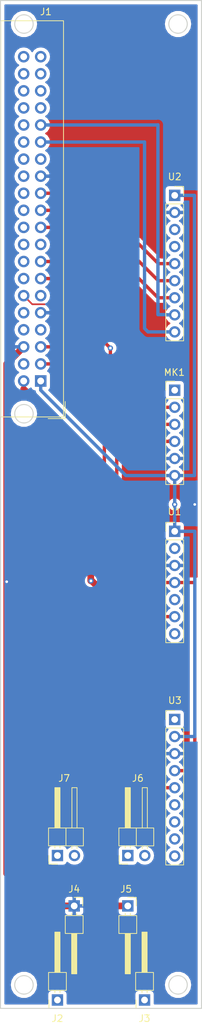
<source format=kicad_pcb>
(kicad_pcb (version 20171130) (host pcbnew 5.0.1-33cea8e~68~ubuntu18.04.1)

  (general
    (thickness 1.6)
    (drawings 11)
    (tracks 121)
    (zones 0)
    (modules 11)
    (nets 56)
  )

  (page A4)
  (layers
    (0 F.Cu signal)
    (31 B.Cu signal)
    (32 B.Adhes user)
    (33 F.Adhes user)
    (34 B.Paste user)
    (35 F.Paste user)
    (36 B.SilkS user)
    (37 F.SilkS user)
    (38 B.Mask user)
    (39 F.Mask user)
    (40 Dwgs.User user)
    (41 Cmts.User user)
    (42 Eco1.User user)
    (43 Eco2.User user)
    (44 Edge.Cuts user)
    (45 Margin user)
    (46 B.CrtYd user)
    (47 F.CrtYd user)
    (48 B.Fab user)
    (49 F.Fab user)
  )

  (setup
    (last_trace_width 0.25)
    (user_trace_width 0.5)
    (user_trace_width 1)
    (trace_clearance 0.2)
    (zone_clearance 0.508)
    (zone_45_only no)
    (trace_min 0.2)
    (segment_width 0.2)
    (edge_width 0.15)
    (via_size 0.8)
    (via_drill 0.4)
    (via_min_size 0.4)
    (via_min_drill 0.3)
    (uvia_size 0.3)
    (uvia_drill 0.1)
    (uvias_allowed no)
    (uvia_min_size 0.2)
    (uvia_min_drill 0.1)
    (pcb_text_width 0.3)
    (pcb_text_size 1.5 1.5)
    (mod_edge_width 0.15)
    (mod_text_size 1 1)
    (mod_text_width 0.15)
    (pad_size 1.524 1.524)
    (pad_drill 0.762)
    (pad_to_mask_clearance 0.051)
    (solder_mask_min_width 0.25)
    (aux_axis_origin 0 0)
    (visible_elements FFFFFF7F)
    (pcbplotparams
      (layerselection 0x010f0_ffffffff)
      (usegerberextensions false)
      (usegerberattributes false)
      (usegerberadvancedattributes false)
      (creategerberjobfile false)
      (excludeedgelayer true)
      (linewidth 0.100000)
      (plotframeref false)
      (viasonmask false)
      (mode 1)
      (useauxorigin false)
      (hpglpennumber 1)
      (hpglpenspeed 20)
      (hpglpendiameter 15.000000)
      (psnegative false)
      (psa4output false)
      (plotreference true)
      (plotvalue true)
      (plotinvisibletext false)
      (padsonsilk false)
      (subtractmaskfromsilk false)
      (outputformat 1)
      (mirror false)
      (drillshape 0)
      (scaleselection 1)
      (outputdirectory "/home/tyler/Desktop/BOARD/"))
  )

  (net 0 "")
  (net 1 /3.3V)
  (net 2 "Net-(J1-Pad3)")
  (net 3 "Net-(J1-Pad4)")
  (net 4 "Net-(J1-Pad5)")
  (net 5 "Net-(J1-Pad7)")
  (net 6 "Net-(J1-Pad8)")
  (net 7 "Net-(J1-Pad10)")
  (net 8 "Net-(J1-Pad11)")
  (net 9 "Net-(J1-Pad12)")
  (net 10 "Net-(J1-Pad13)")
  (net 11 "Net-(J1-Pad14)")
  (net 12 "Net-(J1-Pad15)")
  (net 13 "Net-(J1-Pad16)")
  (net 14 "Net-(J1-Pad17)")
  (net 15 "Net-(J1-Pad18)")
  (net 16 "Net-(J1-Pad19)")
  (net 17 "Net-(J1-Pad20)")
  (net 18 "Net-(J1-Pad21)")
  (net 19 "Net-(J1-Pad22)")
  (net 20 "Net-(J1-Pad23)")
  (net 21 "Net-(J1-Pad24)")
  (net 22 "Net-(J1-Pad26)")
  (net 23 "Net-(J1-Pad27)")
  (net 24 "Net-(J1-Pad28)")
  (net 25 "Net-(J1-Pad29)")
  (net 26 "Net-(J1-Pad30)")
  (net 27 "Net-(J1-Pad31)")
  (net 28 "Net-(J1-Pad32)")
  (net 29 "Net-(J1-Pad33)")
  (net 30 "Net-(J1-Pad34)")
  (net 31 "Net-(J1-Pad35)")
  (net 32 "Net-(J1-Pad36)")
  (net 33 "Net-(J1-Pad37)")
  (net 34 "Net-(J1-Pad38)")
  (net 35 "Net-(J1-Pad40)")
  (net 36 "Net-(MK1-Pad1)")
  (net 37 "Net-(U1-Pad2)")
  (net 38 "Net-(U1-Pad5)")
  (net 39 "Net-(U1-Pad7)")
  (net 40 "Net-(U2-Pad3)")
  (net 41 "Net-(U2-Pad4)")
  (net 42 "Net-(U3-Pad1)")
  (net 43 "Net-(U3-Pad6)")
  (net 44 "Net-(U3-Pad7)")
  (net 45 "Net-(U3-Pad8)")
  (net 46 "Net-(U3-Pad9)")
  (net 47 "Net-(J1-Pad39)")
  (net 48 "Net-(J1-Pad2)")
  (net 49 /GND)
  (net 50 "Net-(J2-Pad1)")
  (net 51 "Net-(J3-Pad1)")
  (net 52 "Net-(J6-Pad1)")
  (net 53 "Net-(J7-Pad1)")
  (net 54 "Net-(J6-Pad2)")
  (net 55 "Net-(J7-Pad2)")

  (net_class Default "This is the default net class."
    (clearance 0.2)
    (trace_width 0.25)
    (via_dia 0.8)
    (via_drill 0.4)
    (uvia_dia 0.3)
    (uvia_drill 0.1)
    (add_net /3.3V)
    (add_net /GND)
    (add_net "Net-(J1-Pad10)")
    (add_net "Net-(J1-Pad11)")
    (add_net "Net-(J1-Pad12)")
    (add_net "Net-(J1-Pad13)")
    (add_net "Net-(J1-Pad14)")
    (add_net "Net-(J1-Pad15)")
    (add_net "Net-(J1-Pad16)")
    (add_net "Net-(J1-Pad17)")
    (add_net "Net-(J1-Pad18)")
    (add_net "Net-(J1-Pad19)")
    (add_net "Net-(J1-Pad2)")
    (add_net "Net-(J1-Pad20)")
    (add_net "Net-(J1-Pad21)")
    (add_net "Net-(J1-Pad22)")
    (add_net "Net-(J1-Pad23)")
    (add_net "Net-(J1-Pad24)")
    (add_net "Net-(J1-Pad26)")
    (add_net "Net-(J1-Pad27)")
    (add_net "Net-(J1-Pad28)")
    (add_net "Net-(J1-Pad29)")
    (add_net "Net-(J1-Pad3)")
    (add_net "Net-(J1-Pad30)")
    (add_net "Net-(J1-Pad31)")
    (add_net "Net-(J1-Pad32)")
    (add_net "Net-(J1-Pad33)")
    (add_net "Net-(J1-Pad34)")
    (add_net "Net-(J1-Pad35)")
    (add_net "Net-(J1-Pad36)")
    (add_net "Net-(J1-Pad37)")
    (add_net "Net-(J1-Pad38)")
    (add_net "Net-(J1-Pad39)")
    (add_net "Net-(J1-Pad4)")
    (add_net "Net-(J1-Pad40)")
    (add_net "Net-(J1-Pad5)")
    (add_net "Net-(J1-Pad7)")
    (add_net "Net-(J1-Pad8)")
    (add_net "Net-(J2-Pad1)")
    (add_net "Net-(J3-Pad1)")
    (add_net "Net-(J6-Pad1)")
    (add_net "Net-(J6-Pad2)")
    (add_net "Net-(J7-Pad1)")
    (add_net "Net-(J7-Pad2)")
    (add_net "Net-(MK1-Pad1)")
    (add_net "Net-(U1-Pad2)")
    (add_net "Net-(U1-Pad5)")
    (add_net "Net-(U1-Pad7)")
    (add_net "Net-(U2-Pad3)")
    (add_net "Net-(U2-Pad4)")
    (add_net "Net-(U3-Pad1)")
    (add_net "Net-(U3-Pad6)")
    (add_net "Net-(U3-Pad7)")
    (add_net "Net-(U3-Pad8)")
    (add_net "Net-(U3-Pad9)")
  )

  (module Connector_IDC:IDC-Header_2x20_P2.54mm_Vertical (layer F.Cu) (tedit 5BD09430) (tstamp 5BDC0C0C)
    (at 136 86.625 180)
    (descr "Through hole straight IDC box header, 2x20, 2.54mm pitch, double rows")
    (tags "Through hole IDC box header THT 2x20 2.54mm double row")
    (path /5BD073EE)
    (fp_text reference J1 (at -0.775 54.95 180) (layer F.SilkS)
      (effects (font (size 1 1) (thickness 0.15)))
    )
    (fp_text value Raspberry_Pi_2_3 (at -4.65 46.985 270) (layer F.Fab)
      (effects (font (size 1 1) (thickness 0.15)))
    )
    (fp_text user %R (at 1.27 24.13 180) (layer F.Fab)
      (effects (font (size 1 1) (thickness 0.15)))
    )
    (fp_line (start 5.695 -5.1) (end 5.695 53.36) (layer F.Fab) (width 0.1))
    (fp_line (start 5.145 -4.56) (end 5.145 52.8) (layer F.Fab) (width 0.1))
    (fp_line (start -3.155 -5.1) (end -3.155 53.36) (layer F.Fab) (width 0.1))
    (fp_line (start -2.605 -4.56) (end -2.605 21.88) (layer F.Fab) (width 0.1))
    (fp_line (start -2.605 26.38) (end -2.605 52.8) (layer F.Fab) (width 0.1))
    (fp_line (start -2.605 21.88) (end -3.155 21.88) (layer F.Fab) (width 0.1))
    (fp_line (start -2.605 26.38) (end -3.155 26.38) (layer F.Fab) (width 0.1))
    (fp_line (start 5.695 -5.1) (end -3.155 -5.1) (layer F.Fab) (width 0.1))
    (fp_line (start 5.145 -4.56) (end -2.605 -4.56) (layer F.Fab) (width 0.1))
    (fp_line (start 5.695 53.36) (end -3.155 53.36) (layer F.Fab) (width 0.1))
    (fp_line (start 5.145 52.8) (end -2.605 52.8) (layer F.Fab) (width 0.1))
    (fp_line (start 5.695 -5.1) (end 5.145 -4.56) (layer F.Fab) (width 0.1))
    (fp_line (start 5.695 53.36) (end 5.145 52.8) (layer F.Fab) (width 0.1))
    (fp_line (start -3.155 -5.1) (end -2.605 -4.56) (layer F.Fab) (width 0.1))
    (fp_line (start -3.155 53.36) (end -2.605 52.8) (layer F.Fab) (width 0.1))
    (fp_line (start 5.95 -5.35) (end 5.95 53.61) (layer F.CrtYd) (width 0.05))
    (fp_line (start 5.95 53.61) (end -3.41 53.61) (layer F.CrtYd) (width 0.05))
    (fp_line (start -3.41 53.61) (end -3.41 -5.35) (layer F.CrtYd) (width 0.05))
    (fp_line (start -3.41 -5.35) (end 5.95 -5.35) (layer F.CrtYd) (width 0.05))
    (fp_line (start 5.945 -5.35) (end 5.945 53.61) (layer F.SilkS) (width 0.12))
    (fp_line (start 5.945 53.61) (end -3.405 53.61) (layer F.SilkS) (width 0.12))
    (fp_line (start -3.405 53.61) (end -3.405 -5.35) (layer F.SilkS) (width 0.12))
    (fp_line (start -3.405 -5.35) (end 5.945 -5.35) (layer F.SilkS) (width 0.12))
    (fp_line (start -3.655 -5.6) (end -3.655 -3.06) (layer F.SilkS) (width 0.12))
    (fp_line (start -3.655 -5.6) (end -1.115 -5.6) (layer F.SilkS) (width 0.12))
    (pad 1 thru_hole rect (at 0 0 180) (size 1.7272 1.7272) (drill 1.016) (layers *.Cu *.Mask)
      (net 1 /3.3V))
    (pad 2 thru_hole oval (at 2.54 0 180) (size 1.7272 1.7272) (drill 1.016) (layers *.Cu *.Mask)
      (net 48 "Net-(J1-Pad2)"))
    (pad 3 thru_hole oval (at 0 2.54 180) (size 1.7272 1.7272) (drill 1.016) (layers *.Cu *.Mask)
      (net 2 "Net-(J1-Pad3)"))
    (pad 4 thru_hole oval (at 2.54 2.54 180) (size 1.7272 1.7272) (drill 1.016) (layers *.Cu *.Mask)
      (net 3 "Net-(J1-Pad4)"))
    (pad 5 thru_hole oval (at 0 5.08 180) (size 1.7272 1.7272) (drill 1.016) (layers *.Cu *.Mask)
      (net 4 "Net-(J1-Pad5)"))
    (pad 6 thru_hole oval (at 2.54 5.08 180) (size 1.7272 1.7272) (drill 1.016) (layers *.Cu *.Mask)
      (net 49 /GND))
    (pad 7 thru_hole oval (at 0 7.62 180) (size 1.7272 1.7272) (drill 1.016) (layers *.Cu *.Mask)
      (net 5 "Net-(J1-Pad7)"))
    (pad 8 thru_hole oval (at 2.54 7.62 180) (size 1.7272 1.7272) (drill 1.016) (layers *.Cu *.Mask)
      (net 6 "Net-(J1-Pad8)"))
    (pad 9 thru_hole oval (at 0 10.16 180) (size 1.7272 1.7272) (drill 1.016) (layers *.Cu *.Mask)
      (net 49 /GND))
    (pad 10 thru_hole oval (at 2.54 10.16 180) (size 1.7272 1.7272) (drill 1.016) (layers *.Cu *.Mask)
      (net 7 "Net-(J1-Pad10)"))
    (pad 11 thru_hole oval (at 0 12.7 180) (size 1.7272 1.7272) (drill 1.016) (layers *.Cu *.Mask)
      (net 8 "Net-(J1-Pad11)"))
    (pad 12 thru_hole oval (at 2.54 12.7 180) (size 1.7272 1.7272) (drill 1.016) (layers *.Cu *.Mask)
      (net 9 "Net-(J1-Pad12)"))
    (pad 13 thru_hole oval (at 0 15.24 180) (size 1.7272 1.7272) (drill 1.016) (layers *.Cu *.Mask)
      (net 10 "Net-(J1-Pad13)"))
    (pad 14 thru_hole oval (at 2.54 15.24 180) (size 1.7272 1.7272) (drill 1.016) (layers *.Cu *.Mask)
      (net 11 "Net-(J1-Pad14)"))
    (pad 15 thru_hole oval (at 0 17.78 180) (size 1.7272 1.7272) (drill 1.016) (layers *.Cu *.Mask)
      (net 12 "Net-(J1-Pad15)"))
    (pad 16 thru_hole oval (at 2.54 17.78 180) (size 1.7272 1.7272) (drill 1.016) (layers *.Cu *.Mask)
      (net 13 "Net-(J1-Pad16)"))
    (pad 17 thru_hole oval (at 0 20.32 180) (size 1.7272 1.7272) (drill 1.016) (layers *.Cu *.Mask)
      (net 14 "Net-(J1-Pad17)"))
    (pad 18 thru_hole oval (at 2.54 20.32 180) (size 1.7272 1.7272) (drill 1.016) (layers *.Cu *.Mask)
      (net 15 "Net-(J1-Pad18)"))
    (pad 19 thru_hole oval (at 0 22.86 180) (size 1.7272 1.7272) (drill 1.016) (layers *.Cu *.Mask)
      (net 16 "Net-(J1-Pad19)"))
    (pad 20 thru_hole oval (at 2.54 22.86 180) (size 1.7272 1.7272) (drill 1.016) (layers *.Cu *.Mask)
      (net 17 "Net-(J1-Pad20)"))
    (pad 21 thru_hole oval (at 0 25.4 180) (size 1.7272 1.7272) (drill 1.016) (layers *.Cu *.Mask)
      (net 18 "Net-(J1-Pad21)"))
    (pad 22 thru_hole oval (at 2.54 25.4 180) (size 1.7272 1.7272) (drill 1.016) (layers *.Cu *.Mask)
      (net 19 "Net-(J1-Pad22)"))
    (pad 23 thru_hole oval (at 0 27.94 180) (size 1.7272 1.7272) (drill 1.016) (layers *.Cu *.Mask)
      (net 20 "Net-(J1-Pad23)"))
    (pad 24 thru_hole oval (at 2.54 27.94 180) (size 1.7272 1.7272) (drill 1.016) (layers *.Cu *.Mask)
      (net 21 "Net-(J1-Pad24)"))
    (pad 25 thru_hole oval (at 0 30.48 180) (size 1.7272 1.7272) (drill 1.016) (layers *.Cu *.Mask)
      (net 49 /GND))
    (pad 26 thru_hole oval (at 2.54 30.48 180) (size 1.7272 1.7272) (drill 1.016) (layers *.Cu *.Mask)
      (net 22 "Net-(J1-Pad26)"))
    (pad 27 thru_hole oval (at 0 33.02 180) (size 1.7272 1.7272) (drill 1.016) (layers *.Cu *.Mask)
      (net 23 "Net-(J1-Pad27)"))
    (pad 28 thru_hole oval (at 2.54 33.02 180) (size 1.7272 1.7272) (drill 1.016) (layers *.Cu *.Mask)
      (net 24 "Net-(J1-Pad28)"))
    (pad 29 thru_hole oval (at 0 35.56 180) (size 1.7272 1.7272) (drill 1.016) (layers *.Cu *.Mask)
      (net 25 "Net-(J1-Pad29)"))
    (pad 30 thru_hole oval (at 2.54 35.56 180) (size 1.7272 1.7272) (drill 1.016) (layers *.Cu *.Mask)
      (net 26 "Net-(J1-Pad30)"))
    (pad 31 thru_hole oval (at 0 38.1 180) (size 1.7272 1.7272) (drill 1.016) (layers *.Cu *.Mask)
      (net 27 "Net-(J1-Pad31)"))
    (pad 32 thru_hole oval (at 2.54 38.1 180) (size 1.7272 1.7272) (drill 1.016) (layers *.Cu *.Mask)
      (net 28 "Net-(J1-Pad32)"))
    (pad 33 thru_hole oval (at 0 40.64 180) (size 1.7272 1.7272) (drill 1.016) (layers *.Cu *.Mask)
      (net 29 "Net-(J1-Pad33)"))
    (pad 34 thru_hole oval (at 2.54 40.64 180) (size 1.7272 1.7272) (drill 1.016) (layers *.Cu *.Mask)
      (net 30 "Net-(J1-Pad34)"))
    (pad 35 thru_hole oval (at 0 43.18 180) (size 1.7272 1.7272) (drill 1.016) (layers *.Cu *.Mask)
      (net 31 "Net-(J1-Pad35)"))
    (pad 36 thru_hole oval (at 2.54 43.18 180) (size 1.7272 1.7272) (drill 1.016) (layers *.Cu *.Mask)
      (net 32 "Net-(J1-Pad36)"))
    (pad 37 thru_hole oval (at 0 45.72 180) (size 1.7272 1.7272) (drill 1.016) (layers *.Cu *.Mask)
      (net 33 "Net-(J1-Pad37)"))
    (pad 38 thru_hole oval (at 2.54 45.72 180) (size 1.7272 1.7272) (drill 1.016) (layers *.Cu *.Mask)
      (net 34 "Net-(J1-Pad38)"))
    (pad 39 thru_hole oval (at 0 48.26 180) (size 1.7272 1.7272) (drill 1.016) (layers *.Cu *.Mask)
      (net 47 "Net-(J1-Pad39)"))
    (pad 40 thru_hole oval (at 2.54 48.26 180) (size 1.7272 1.7272) (drill 1.016) (layers *.Cu *.Mask)
      (net 35 "Net-(J1-Pad40)"))
    (model ${KISYS3DMOD}/Connector_IDC.3dshapes/IDC-Header_2x20_P2.54mm_Vertical.wrl
      (at (xyz 0 0 0))
      (scale (xyz 1 1 1))
      (rotate (xyz 0 0 0))
    )
  )

  (module Connector_PinHeader_2.54mm:PinHeader_1x06_P2.54mm_Vertical (layer F.Cu) (tedit 59FED5CC) (tstamp 5BDC0FF6)
    (at 156 88)
    (descr "Through hole straight pin header, 1x06, 2.54mm pitch, single row")
    (tags "Through hole pin header THT 1x06 2.54mm single row")
    (path /5BD0C65F)
    (fp_text reference MK1 (at -0.05 -2.66) (layer F.SilkS)
      (effects (font (size 1 1) (thickness 0.15)))
    )
    (fp_text value MP45DT02 (at -3.45 2.08 90) (layer F.Fab)
      (effects (font (size 1 1) (thickness 0.15)))
    )
    (fp_line (start -0.635 -1.27) (end 1.27 -1.27) (layer F.Fab) (width 0.1))
    (fp_line (start 1.27 -1.27) (end 1.27 13.97) (layer F.Fab) (width 0.1))
    (fp_line (start 1.27 13.97) (end -1.27 13.97) (layer F.Fab) (width 0.1))
    (fp_line (start -1.27 13.97) (end -1.27 -0.635) (layer F.Fab) (width 0.1))
    (fp_line (start -1.27 -0.635) (end -0.635 -1.27) (layer F.Fab) (width 0.1))
    (fp_line (start -1.33 14.03) (end 1.33 14.03) (layer F.SilkS) (width 0.12))
    (fp_line (start -1.33 1.27) (end -1.33 14.03) (layer F.SilkS) (width 0.12))
    (fp_line (start 1.33 1.27) (end 1.33 14.03) (layer F.SilkS) (width 0.12))
    (fp_line (start -1.33 1.27) (end 1.33 1.27) (layer F.SilkS) (width 0.12))
    (fp_line (start -1.33 0) (end -1.33 -1.33) (layer F.SilkS) (width 0.12))
    (fp_line (start -1.33 -1.33) (end 0 -1.33) (layer F.SilkS) (width 0.12))
    (fp_line (start -1.8 -1.8) (end -1.8 14.5) (layer F.CrtYd) (width 0.05))
    (fp_line (start -1.8 14.5) (end 1.8 14.5) (layer F.CrtYd) (width 0.05))
    (fp_line (start 1.8 14.5) (end 1.8 -1.8) (layer F.CrtYd) (width 0.05))
    (fp_line (start 1.8 -1.8) (end -1.8 -1.8) (layer F.CrtYd) (width 0.05))
    (fp_text user %R (at 0 6.35 90) (layer F.Fab)
      (effects (font (size 1 1) (thickness 0.15)))
    )
    (pad 1 thru_hole rect (at 0 0) (size 1.7 1.7) (drill 1) (layers *.Cu *.Mask)
      (net 36 "Net-(MK1-Pad1)"))
    (pad 2 thru_hole oval (at 0 2.54) (size 1.7 1.7) (drill 1) (layers *.Cu *.Mask)
      (net 12 "Net-(J1-Pad15)"))
    (pad 3 thru_hole oval (at 0 5.08) (size 1.7 1.7) (drill 1) (layers *.Cu *.Mask)
      (net 10 "Net-(J1-Pad13)"))
    (pad 4 thru_hole oval (at 0 7.62) (size 1.7 1.7) (drill 1) (layers *.Cu *.Mask)
      (net 9 "Net-(J1-Pad12)"))
    (pad 5 thru_hole oval (at 0 10.16) (size 1.7 1.7) (drill 1) (layers *.Cu *.Mask)
      (net 49 /GND))
    (pad 6 thru_hole oval (at 0 12.7) (size 1.7 1.7) (drill 1) (layers *.Cu *.Mask)
      (net 1 /3.3V))
    (model ${KISYS3DMOD}/Connector_PinHeader_2.54mm.3dshapes/PinHeader_1x06_P2.54mm_Vertical.wrl
      (at (xyz 0 0 0))
      (scale (xyz 1 1 1))
      (rotate (xyz 0 0 0))
    )
  )

  (module Connector_PinHeader_2.54mm:PinHeader_1x07_P2.54mm_Vertical (layer F.Cu) (tedit 59FED5CC) (tstamp 5BDC0F3B)
    (at 156 109)
    (descr "Through hole straight pin header, 1x07, 2.54mm pitch, single row")
    (tags "Through hole pin header THT 1x07 2.54mm single row")
    (path /5BD0B8B3)
    (fp_text reference U1 (at -0.02 -2.91) (layer F.SilkS)
      (effects (font (size 1 1) (thickness 0.15)))
    )
    (fp_text value BMP280 (at -3.37 1.14 90) (layer F.Fab)
      (effects (font (size 1 1) (thickness 0.15)))
    )
    (fp_line (start -0.635 -1.27) (end 1.27 -1.27) (layer F.Fab) (width 0.1))
    (fp_line (start 1.27 -1.27) (end 1.27 16.51) (layer F.Fab) (width 0.1))
    (fp_line (start 1.27 16.51) (end -1.27 16.51) (layer F.Fab) (width 0.1))
    (fp_line (start -1.27 16.51) (end -1.27 -0.635) (layer F.Fab) (width 0.1))
    (fp_line (start -1.27 -0.635) (end -0.635 -1.27) (layer F.Fab) (width 0.1))
    (fp_line (start -1.33 16.57) (end 1.33 16.57) (layer F.SilkS) (width 0.12))
    (fp_line (start -1.33 1.27) (end -1.33 16.57) (layer F.SilkS) (width 0.12))
    (fp_line (start 1.33 1.27) (end 1.33 16.57) (layer F.SilkS) (width 0.12))
    (fp_line (start -1.33 1.27) (end 1.33 1.27) (layer F.SilkS) (width 0.12))
    (fp_line (start -1.33 0) (end -1.33 -1.33) (layer F.SilkS) (width 0.12))
    (fp_line (start -1.33 -1.33) (end 0 -1.33) (layer F.SilkS) (width 0.12))
    (fp_line (start -1.8 -1.8) (end -1.8 17.05) (layer F.CrtYd) (width 0.05))
    (fp_line (start -1.8 17.05) (end 1.8 17.05) (layer F.CrtYd) (width 0.05))
    (fp_line (start 1.8 17.05) (end 1.8 -1.8) (layer F.CrtYd) (width 0.05))
    (fp_line (start 1.8 -1.8) (end -1.8 -1.8) (layer F.CrtYd) (width 0.05))
    (fp_text user %R (at 0 7.62 90) (layer F.Fab)
      (effects (font (size 1 1) (thickness 0.15)))
    )
    (pad 1 thru_hole rect (at 0 0) (size 1.7 1.7) (drill 1) (layers *.Cu *.Mask)
      (net 1 /3.3V))
    (pad 2 thru_hole oval (at 0 2.54) (size 1.7 1.7) (drill 1) (layers *.Cu *.Mask)
      (net 37 "Net-(U1-Pad2)"))
    (pad 3 thru_hole oval (at 0 5.08) (size 1.7 1.7) (drill 1) (layers *.Cu *.Mask)
      (net 49 /GND))
    (pad 4 thru_hole oval (at 0 7.62) (size 1.7 1.7) (drill 1) (layers *.Cu *.Mask)
      (net 4 "Net-(J1-Pad5)"))
    (pad 5 thru_hole oval (at 0 10.16) (size 1.7 1.7) (drill 1) (layers *.Cu *.Mask)
      (net 38 "Net-(U1-Pad5)"))
    (pad 6 thru_hole oval (at 0 12.7) (size 1.7 1.7) (drill 1) (layers *.Cu *.Mask)
      (net 2 "Net-(J1-Pad3)"))
    (pad 7 thru_hole oval (at 0 15.24) (size 1.7 1.7) (drill 1) (layers *.Cu *.Mask)
      (net 39 "Net-(U1-Pad7)"))
    (model ${KISYS3DMOD}/Connector_PinHeader_2.54mm.3dshapes/PinHeader_1x07_P2.54mm_Vertical.wrl
      (at (xyz 0 0 0))
      (scale (xyz 1 1 1))
      (rotate (xyz 0 0 0))
    )
  )

  (module Connector_PinSocket_2.54mm:PinSocket_1x09_P2.54mm_Vertical (layer F.Cu) (tedit 5A19A431) (tstamp 5BDBFA7E)
    (at 156 59)
    (descr "Through hole straight socket strip, 1x09, 2.54mm pitch, single row (from Kicad 4.0.7), script generated")
    (tags "Through hole socket strip THT 1x09 2.54mm single row")
    (path /5BD0D64D)
    (fp_text reference U2 (at 0 -2.77) (layer F.SilkS)
      (effects (font (size 1 1) (thickness 0.15)))
    )
    (fp_text value RFM69HW (at -3.5 1.7 270) (layer F.Fab)
      (effects (font (size 1 1) (thickness 0.15)))
    )
    (fp_line (start -1.27 -1.27) (end 0.635 -1.27) (layer F.Fab) (width 0.1))
    (fp_line (start 0.635 -1.27) (end 1.27 -0.635) (layer F.Fab) (width 0.1))
    (fp_line (start 1.27 -0.635) (end 1.27 21.59) (layer F.Fab) (width 0.1))
    (fp_line (start 1.27 21.59) (end -1.27 21.59) (layer F.Fab) (width 0.1))
    (fp_line (start -1.27 21.59) (end -1.27 -1.27) (layer F.Fab) (width 0.1))
    (fp_line (start -1.33 1.27) (end 1.33 1.27) (layer F.SilkS) (width 0.12))
    (fp_line (start -1.33 1.27) (end -1.33 21.65) (layer F.SilkS) (width 0.12))
    (fp_line (start -1.33 21.65) (end 1.33 21.65) (layer F.SilkS) (width 0.12))
    (fp_line (start 1.33 1.27) (end 1.33 21.65) (layer F.SilkS) (width 0.12))
    (fp_line (start 1.33 -1.33) (end 1.33 0) (layer F.SilkS) (width 0.12))
    (fp_line (start 0 -1.33) (end 1.33 -1.33) (layer F.SilkS) (width 0.12))
    (fp_line (start -1.8 -1.8) (end 1.75 -1.8) (layer F.CrtYd) (width 0.05))
    (fp_line (start 1.75 -1.8) (end 1.75 22.1) (layer F.CrtYd) (width 0.05))
    (fp_line (start 1.75 22.1) (end -1.8 22.1) (layer F.CrtYd) (width 0.05))
    (fp_line (start -1.8 22.1) (end -1.8 -1.8) (layer F.CrtYd) (width 0.05))
    (fp_text user %R (at 0 10.16 90) (layer F.Fab)
      (effects (font (size 1 1) (thickness 0.15)))
    )
    (pad 1 thru_hole rect (at 0 0) (size 1.7 1.7) (drill 1) (layers *.Cu *.Mask)
      (net 1 /3.3V))
    (pad 2 thru_hole oval (at 0 2.54) (size 1.7 1.7) (drill 1) (layers *.Cu *.Mask)
      (net 49 /GND))
    (pad 3 thru_hole oval (at 0 5.08) (size 1.7 1.7) (drill 1) (layers *.Cu *.Mask)
      (net 40 "Net-(U2-Pad3)"))
    (pad 4 thru_hole oval (at 0 7.62) (size 1.7 1.7) (drill 1) (layers *.Cu *.Mask)
      (net 41 "Net-(U2-Pad4)"))
    (pad 5 thru_hole oval (at 0 10.16) (size 1.7 1.7) (drill 1) (layers *.Cu *.Mask)
      (net 20 "Net-(J1-Pad23)"))
    (pad 6 thru_hole oval (at 0 12.7) (size 1.7 1.7) (drill 1) (layers *.Cu *.Mask)
      (net 18 "Net-(J1-Pad21)"))
    (pad 7 thru_hole oval (at 0 15.24) (size 1.7 1.7) (drill 1) (layers *.Cu *.Mask)
      (net 16 "Net-(J1-Pad19)"))
    (pad 8 thru_hole oval (at 0 17.78) (size 1.7 1.7) (drill 1) (layers *.Cu *.Mask)
      (net 27 "Net-(J1-Pad31)"))
    (pad 9 thru_hole oval (at 0 20.32) (size 1.7 1.7) (drill 1) (layers *.Cu *.Mask)
      (net 25 "Net-(J1-Pad29)"))
    (model ${KISYS3DMOD}/Connector_PinSocket_2.54mm.3dshapes/PinSocket_1x09_P2.54mm_Vertical.wrl
      (at (xyz 0 0 0))
      (scale (xyz 1 1 1))
      (rotate (xyz 0 0 0))
    )
  )

  (module Connector_PinHeader_2.54mm:PinHeader_1x09_P2.54mm_Vertical (layer F.Cu) (tedit 59FED5CC) (tstamp 5BDBFA9B)
    (at 156 137)
    (descr "Through hole straight pin header, 1x09, 2.54mm pitch, single row")
    (tags "Through hole pin header THT 1x09 2.54mm single row")
    (path /5BD09B14)
    (fp_text reference U3 (at 0.03 -2.83) (layer F.SilkS)
      (effects (font (size 1 1) (thickness 0.15)))
    )
    (fp_text value LSM9DS1 (at -3.83 1.68 90) (layer F.Fab)
      (effects (font (size 1 1) (thickness 0.15)))
    )
    (fp_line (start -0.635 -1.27) (end 1.27 -1.27) (layer F.Fab) (width 0.1))
    (fp_line (start 1.27 -1.27) (end 1.27 21.59) (layer F.Fab) (width 0.1))
    (fp_line (start 1.27 21.59) (end -1.27 21.59) (layer F.Fab) (width 0.1))
    (fp_line (start -1.27 21.59) (end -1.27 -0.635) (layer F.Fab) (width 0.1))
    (fp_line (start -1.27 -0.635) (end -0.635 -1.27) (layer F.Fab) (width 0.1))
    (fp_line (start -1.33 21.65) (end 1.33 21.65) (layer F.SilkS) (width 0.12))
    (fp_line (start -1.33 1.27) (end -1.33 21.65) (layer F.SilkS) (width 0.12))
    (fp_line (start 1.33 1.27) (end 1.33 21.65) (layer F.SilkS) (width 0.12))
    (fp_line (start -1.33 1.27) (end 1.33 1.27) (layer F.SilkS) (width 0.12))
    (fp_line (start -1.33 0) (end -1.33 -1.33) (layer F.SilkS) (width 0.12))
    (fp_line (start -1.33 -1.33) (end 0 -1.33) (layer F.SilkS) (width 0.12))
    (fp_line (start -1.8 -1.8) (end -1.8 22.1) (layer F.CrtYd) (width 0.05))
    (fp_line (start -1.8 22.1) (end 1.8 22.1) (layer F.CrtYd) (width 0.05))
    (fp_line (start 1.8 22.1) (end 1.8 -1.8) (layer F.CrtYd) (width 0.05))
    (fp_line (start 1.8 -1.8) (end -1.8 -1.8) (layer F.CrtYd) (width 0.05))
    (fp_text user %R (at 0 10.16 90) (layer F.Fab)
      (effects (font (size 1 1) (thickness 0.15)))
    )
    (pad 1 thru_hole rect (at 0 0) (size 1.7 1.7) (drill 1) (layers *.Cu *.Mask)
      (net 42 "Net-(U3-Pad1)"))
    (pad 2 thru_hole oval (at 0 2.54) (size 1.7 1.7) (drill 1) (layers *.Cu *.Mask)
      (net 1 /3.3V))
    (pad 3 thru_hole oval (at 0 5.08) (size 1.7 1.7) (drill 1) (layers *.Cu *.Mask)
      (net 49 /GND))
    (pad 4 thru_hole oval (at 0 7.62) (size 1.7 1.7) (drill 1) (layers *.Cu *.Mask)
      (net 4 "Net-(J1-Pad5)"))
    (pad 5 thru_hole oval (at 0 10.16) (size 1.7 1.7) (drill 1) (layers *.Cu *.Mask)
      (net 2 "Net-(J1-Pad3)"))
    (pad 6 thru_hole oval (at 0 12.7) (size 1.7 1.7) (drill 1) (layers *.Cu *.Mask)
      (net 43 "Net-(U3-Pad6)"))
    (pad 7 thru_hole oval (at 0 15.24) (size 1.7 1.7) (drill 1) (layers *.Cu *.Mask)
      (net 44 "Net-(U3-Pad7)"))
    (pad 8 thru_hole oval (at 0 17.78) (size 1.7 1.7) (drill 1) (layers *.Cu *.Mask)
      (net 45 "Net-(U3-Pad8)"))
    (pad 9 thru_hole oval (at 0 20.32) (size 1.7 1.7) (drill 1) (layers *.Cu *.Mask)
      (net 46 "Net-(U3-Pad9)"))
    (model ${KISYS3DMOD}/Connector_PinHeader_2.54mm.3dshapes/PinHeader_1x09_P2.54mm_Vertical.wrl
      (at (xyz 0 0 0))
      (scale (xyz 1 1 1))
      (rotate (xyz 0 0 0))
    )
  )

  (module Connector_PinHeader_2.54mm:PinHeader_1x01_P2.54mm_Horizontal (layer F.Cu) (tedit 59FED5CB) (tstamp 5BDE6E28)
    (at 138.5 178.75 90)
    (descr "Through hole angled pin header, 1x01, 2.54mm pitch, 6mm pin length, single row")
    (tags "Through hole angled pin header THT 1x01 2.54mm single row")
    (path /5BD23328)
    (fp_text reference J2 (at -2.75 0 -180) (layer F.SilkS)
      (effects (font (size 1 1) (thickness 0.15)))
    )
    (fp_text value Conn_01x01_Female (at 5.75 2.5 90) (layer F.Fab)
      (effects (font (size 1 1) (thickness 0.15)))
    )
    (fp_line (start 2.135 -1.27) (end 4.04 -1.27) (layer F.Fab) (width 0.1))
    (fp_line (start 4.04 -1.27) (end 4.04 1.27) (layer F.Fab) (width 0.1))
    (fp_line (start 4.04 1.27) (end 1.5 1.27) (layer F.Fab) (width 0.1))
    (fp_line (start 1.5 1.27) (end 1.5 -0.635) (layer F.Fab) (width 0.1))
    (fp_line (start 1.5 -0.635) (end 2.135 -1.27) (layer F.Fab) (width 0.1))
    (fp_line (start -0.32 -0.32) (end 1.5 -0.32) (layer F.Fab) (width 0.1))
    (fp_line (start -0.32 -0.32) (end -0.32 0.32) (layer F.Fab) (width 0.1))
    (fp_line (start -0.32 0.32) (end 1.5 0.32) (layer F.Fab) (width 0.1))
    (fp_line (start 4.04 -0.32) (end 10.04 -0.32) (layer F.Fab) (width 0.1))
    (fp_line (start 10.04 -0.32) (end 10.04 0.32) (layer F.Fab) (width 0.1))
    (fp_line (start 4.04 0.32) (end 10.04 0.32) (layer F.Fab) (width 0.1))
    (fp_line (start 1.44 -1.33) (end 1.44 1.33) (layer F.SilkS) (width 0.12))
    (fp_line (start 1.44 1.33) (end 4.1 1.33) (layer F.SilkS) (width 0.12))
    (fp_line (start 4.1 1.33) (end 4.1 -1.33) (layer F.SilkS) (width 0.12))
    (fp_line (start 4.1 -1.33) (end 1.44 -1.33) (layer F.SilkS) (width 0.12))
    (fp_line (start 4.1 -0.38) (end 10.1 -0.38) (layer F.SilkS) (width 0.12))
    (fp_line (start 10.1 -0.38) (end 10.1 0.38) (layer F.SilkS) (width 0.12))
    (fp_line (start 10.1 0.38) (end 4.1 0.38) (layer F.SilkS) (width 0.12))
    (fp_line (start 4.1 -0.32) (end 10.1 -0.32) (layer F.SilkS) (width 0.12))
    (fp_line (start 4.1 -0.2) (end 10.1 -0.2) (layer F.SilkS) (width 0.12))
    (fp_line (start 4.1 -0.08) (end 10.1 -0.08) (layer F.SilkS) (width 0.12))
    (fp_line (start 4.1 0.04) (end 10.1 0.04) (layer F.SilkS) (width 0.12))
    (fp_line (start 4.1 0.16) (end 10.1 0.16) (layer F.SilkS) (width 0.12))
    (fp_line (start 4.1 0.28) (end 10.1 0.28) (layer F.SilkS) (width 0.12))
    (fp_line (start 1.11 -0.38) (end 1.44 -0.38) (layer F.SilkS) (width 0.12))
    (fp_line (start 1.11 0.38) (end 1.44 0.38) (layer F.SilkS) (width 0.12))
    (fp_line (start -1.27 0) (end -1.27 -1.27) (layer F.SilkS) (width 0.12))
    (fp_line (start -1.27 -1.27) (end 0 -1.27) (layer F.SilkS) (width 0.12))
    (fp_line (start -1.8 -1.8) (end -1.8 1.8) (layer F.CrtYd) (width 0.05))
    (fp_line (start -1.8 1.8) (end 10.55 1.8) (layer F.CrtYd) (width 0.05))
    (fp_line (start 10.55 1.8) (end 10.55 -1.8) (layer F.CrtYd) (width 0.05))
    (fp_line (start 10.55 -1.8) (end -1.8 -1.8) (layer F.CrtYd) (width 0.05))
    (fp_text user %R (at 2.77 0) (layer F.Fab)
      (effects (font (size 1 1) (thickness 0.15)))
    )
    (pad 1 thru_hole rect (at 0 0 90) (size 1.7 1.7) (drill 1) (layers *.Cu *.Mask)
      (net 50 "Net-(J2-Pad1)"))
    (model ${KISYS3DMOD}/Connector_PinHeader_2.54mm.3dshapes/PinHeader_1x01_P2.54mm_Horizontal.wrl
      (at (xyz 0 0 0))
      (scale (xyz 1 1 1))
      (rotate (xyz 0 0 0))
    )
  )

  (module Connector_PinHeader_2.54mm:PinHeader_1x01_P2.54mm_Horizontal (layer F.Cu) (tedit 59FED5CB) (tstamp 5BDE6D4A)
    (at 151.5 178.75 90)
    (descr "Through hole angled pin header, 1x01, 2.54mm pitch, 6mm pin length, single row")
    (tags "Through hole angled pin header THT 1x01 2.54mm single row")
    (path /5BD2338C)
    (fp_text reference J3 (at -2.75 0 -180) (layer F.SilkS)
      (effects (font (size 1 1) (thickness 0.15)))
    )
    (fp_text value Conn_01x01_Female (at 5.75 2.5 90) (layer F.Fab)
      (effects (font (size 1 1) (thickness 0.15)))
    )
    (fp_text user %R (at 2.77 0 -180) (layer F.Fab)
      (effects (font (size 1 1) (thickness 0.15)))
    )
    (fp_line (start 10.55 -1.8) (end -1.8 -1.8) (layer F.CrtYd) (width 0.05))
    (fp_line (start 10.55 1.8) (end 10.55 -1.8) (layer F.CrtYd) (width 0.05))
    (fp_line (start -1.8 1.8) (end 10.55 1.8) (layer F.CrtYd) (width 0.05))
    (fp_line (start -1.8 -1.8) (end -1.8 1.8) (layer F.CrtYd) (width 0.05))
    (fp_line (start -1.27 -1.27) (end 0 -1.27) (layer F.SilkS) (width 0.12))
    (fp_line (start -1.27 0) (end -1.27 -1.27) (layer F.SilkS) (width 0.12))
    (fp_line (start 1.11 0.38) (end 1.44 0.38) (layer F.SilkS) (width 0.12))
    (fp_line (start 1.11 -0.38) (end 1.44 -0.38) (layer F.SilkS) (width 0.12))
    (fp_line (start 4.1 0.28) (end 10.1 0.28) (layer F.SilkS) (width 0.12))
    (fp_line (start 4.1 0.16) (end 10.1 0.16) (layer F.SilkS) (width 0.12))
    (fp_line (start 4.1 0.04) (end 10.1 0.04) (layer F.SilkS) (width 0.12))
    (fp_line (start 4.1 -0.08) (end 10.1 -0.08) (layer F.SilkS) (width 0.12))
    (fp_line (start 4.1 -0.2) (end 10.1 -0.2) (layer F.SilkS) (width 0.12))
    (fp_line (start 4.1 -0.32) (end 10.1 -0.32) (layer F.SilkS) (width 0.12))
    (fp_line (start 10.1 0.38) (end 4.1 0.38) (layer F.SilkS) (width 0.12))
    (fp_line (start 10.1 -0.38) (end 10.1 0.38) (layer F.SilkS) (width 0.12))
    (fp_line (start 4.1 -0.38) (end 10.1 -0.38) (layer F.SilkS) (width 0.12))
    (fp_line (start 4.1 -1.33) (end 1.44 -1.33) (layer F.SilkS) (width 0.12))
    (fp_line (start 4.1 1.33) (end 4.1 -1.33) (layer F.SilkS) (width 0.12))
    (fp_line (start 1.44 1.33) (end 4.1 1.33) (layer F.SilkS) (width 0.12))
    (fp_line (start 1.44 -1.33) (end 1.44 1.33) (layer F.SilkS) (width 0.12))
    (fp_line (start 4.04 0.32) (end 10.04 0.32) (layer F.Fab) (width 0.1))
    (fp_line (start 10.04 -0.32) (end 10.04 0.32) (layer F.Fab) (width 0.1))
    (fp_line (start 4.04 -0.32) (end 10.04 -0.32) (layer F.Fab) (width 0.1))
    (fp_line (start -0.32 0.32) (end 1.5 0.32) (layer F.Fab) (width 0.1))
    (fp_line (start -0.32 -0.32) (end -0.32 0.32) (layer F.Fab) (width 0.1))
    (fp_line (start -0.32 -0.32) (end 1.5 -0.32) (layer F.Fab) (width 0.1))
    (fp_line (start 1.5 -0.635) (end 2.135 -1.27) (layer F.Fab) (width 0.1))
    (fp_line (start 1.5 1.27) (end 1.5 -0.635) (layer F.Fab) (width 0.1))
    (fp_line (start 4.04 1.27) (end 1.5 1.27) (layer F.Fab) (width 0.1))
    (fp_line (start 4.04 -1.27) (end 4.04 1.27) (layer F.Fab) (width 0.1))
    (fp_line (start 2.135 -1.27) (end 4.04 -1.27) (layer F.Fab) (width 0.1))
    (pad 1 thru_hole rect (at 0 0 90) (size 1.7 1.7) (drill 1) (layers *.Cu *.Mask)
      (net 51 "Net-(J3-Pad1)"))
    (model ${KISYS3DMOD}/Connector_PinHeader_2.54mm.3dshapes/PinHeader_1x01_P2.54mm_Horizontal.wrl
      (at (xyz 0 0 0))
      (scale (xyz 1 1 1))
      (rotate (xyz 0 0 0))
    )
  )

  (module Connector_PinHeader_2.54mm:PinHeader_1x01_P2.54mm_Horizontal (layer F.Cu) (tedit 59FED5CB) (tstamp 5BDE79C2)
    (at 141 164.75 270)
    (descr "Through hole angled pin header, 1x01, 2.54mm pitch, 6mm pin length, single row")
    (tags "Through hole angled pin header THT 1x01 2.54mm single row")
    (path /5BD22A82)
    (fp_text reference J4 (at -2.5 0) (layer F.SilkS)
      (effects (font (size 1 1) (thickness 0.15)))
    )
    (fp_text value Conn_01x01_Female (at 2.25 2.75 270) (layer F.Fab)
      (effects (font (size 1 1) (thickness 0.15)))
    )
    (fp_text user %R (at 2.77 0) (layer F.Fab)
      (effects (font (size 1 1) (thickness 0.15)))
    )
    (fp_line (start 10.55 -1.8) (end -1.8 -1.8) (layer F.CrtYd) (width 0.05))
    (fp_line (start 10.55 1.8) (end 10.55 -1.8) (layer F.CrtYd) (width 0.05))
    (fp_line (start -1.8 1.8) (end 10.55 1.8) (layer F.CrtYd) (width 0.05))
    (fp_line (start -1.8 -1.8) (end -1.8 1.8) (layer F.CrtYd) (width 0.05))
    (fp_line (start -1.27 -1.27) (end 0 -1.27) (layer F.SilkS) (width 0.12))
    (fp_line (start -1.27 0) (end -1.27 -1.27) (layer F.SilkS) (width 0.12))
    (fp_line (start 1.11 0.38) (end 1.44 0.38) (layer F.SilkS) (width 0.12))
    (fp_line (start 1.11 -0.38) (end 1.44 -0.38) (layer F.SilkS) (width 0.12))
    (fp_line (start 4.1 0.28) (end 10.1 0.28) (layer F.SilkS) (width 0.12))
    (fp_line (start 4.1 0.16) (end 10.1 0.16) (layer F.SilkS) (width 0.12))
    (fp_line (start 4.1 0.04) (end 10.1 0.04) (layer F.SilkS) (width 0.12))
    (fp_line (start 4.1 -0.08) (end 10.1 -0.08) (layer F.SilkS) (width 0.12))
    (fp_line (start 4.1 -0.2) (end 10.1 -0.2) (layer F.SilkS) (width 0.12))
    (fp_line (start 4.1 -0.32) (end 10.1 -0.32) (layer F.SilkS) (width 0.12))
    (fp_line (start 10.1 0.38) (end 4.1 0.38) (layer F.SilkS) (width 0.12))
    (fp_line (start 10.1 -0.38) (end 10.1 0.38) (layer F.SilkS) (width 0.12))
    (fp_line (start 4.1 -0.38) (end 10.1 -0.38) (layer F.SilkS) (width 0.12))
    (fp_line (start 4.1 -1.33) (end 1.44 -1.33) (layer F.SilkS) (width 0.12))
    (fp_line (start 4.1 1.33) (end 4.1 -1.33) (layer F.SilkS) (width 0.12))
    (fp_line (start 1.44 1.33) (end 4.1 1.33) (layer F.SilkS) (width 0.12))
    (fp_line (start 1.44 -1.33) (end 1.44 1.33) (layer F.SilkS) (width 0.12))
    (fp_line (start 4.04 0.32) (end 10.04 0.32) (layer F.Fab) (width 0.1))
    (fp_line (start 10.04 -0.32) (end 10.04 0.32) (layer F.Fab) (width 0.1))
    (fp_line (start 4.04 -0.32) (end 10.04 -0.32) (layer F.Fab) (width 0.1))
    (fp_line (start -0.32 0.32) (end 1.5 0.32) (layer F.Fab) (width 0.1))
    (fp_line (start -0.32 -0.32) (end -0.32 0.32) (layer F.Fab) (width 0.1))
    (fp_line (start -0.32 -0.32) (end 1.5 -0.32) (layer F.Fab) (width 0.1))
    (fp_line (start 1.5 -0.635) (end 2.135 -1.27) (layer F.Fab) (width 0.1))
    (fp_line (start 1.5 1.27) (end 1.5 -0.635) (layer F.Fab) (width 0.1))
    (fp_line (start 4.04 1.27) (end 1.5 1.27) (layer F.Fab) (width 0.1))
    (fp_line (start 4.04 -1.27) (end 4.04 1.27) (layer F.Fab) (width 0.1))
    (fp_line (start 2.135 -1.27) (end 4.04 -1.27) (layer F.Fab) (width 0.1))
    (pad 1 thru_hole rect (at 0 0 270) (size 1.7 1.7) (drill 1) (layers *.Cu *.Mask)
      (net 49 /GND))
    (model ${KISYS3DMOD}/Connector_PinHeader_2.54mm.3dshapes/PinHeader_1x01_P2.54mm_Horizontal.wrl
      (at (xyz 0 0 0))
      (scale (xyz 1 1 1))
      (rotate (xyz 0 0 0))
    )
  )

  (module Connector_PinHeader_2.54mm:PinHeader_1x01_P2.54mm_Horizontal (layer F.Cu) (tedit 59FED5CB) (tstamp 5BDE6DB9)
    (at 149 164.75 270)
    (descr "Through hole angled pin header, 1x01, 2.54mm pitch, 6mm pin length, single row")
    (tags "Through hole angled pin header THT 1x01 2.54mm single row")
    (path /5BD2227D)
    (fp_text reference J5 (at -2.5 0.25) (layer F.SilkS)
      (effects (font (size 1 1) (thickness 0.15)))
    )
    (fp_text value Conn_01x01_Female (at 3.25 2.75 270) (layer F.Fab)
      (effects (font (size 1 1) (thickness 0.15)))
    )
    (fp_line (start 2.135 -1.27) (end 4.04 -1.27) (layer F.Fab) (width 0.1))
    (fp_line (start 4.04 -1.27) (end 4.04 1.27) (layer F.Fab) (width 0.1))
    (fp_line (start 4.04 1.27) (end 1.5 1.27) (layer F.Fab) (width 0.1))
    (fp_line (start 1.5 1.27) (end 1.5 -0.635) (layer F.Fab) (width 0.1))
    (fp_line (start 1.5 -0.635) (end 2.135 -1.27) (layer F.Fab) (width 0.1))
    (fp_line (start -0.32 -0.32) (end 1.5 -0.32) (layer F.Fab) (width 0.1))
    (fp_line (start -0.32 -0.32) (end -0.32 0.32) (layer F.Fab) (width 0.1))
    (fp_line (start -0.32 0.32) (end 1.5 0.32) (layer F.Fab) (width 0.1))
    (fp_line (start 4.04 -0.32) (end 10.04 -0.32) (layer F.Fab) (width 0.1))
    (fp_line (start 10.04 -0.32) (end 10.04 0.32) (layer F.Fab) (width 0.1))
    (fp_line (start 4.04 0.32) (end 10.04 0.32) (layer F.Fab) (width 0.1))
    (fp_line (start 1.44 -1.33) (end 1.44 1.33) (layer F.SilkS) (width 0.12))
    (fp_line (start 1.44 1.33) (end 4.1 1.33) (layer F.SilkS) (width 0.12))
    (fp_line (start 4.1 1.33) (end 4.1 -1.33) (layer F.SilkS) (width 0.12))
    (fp_line (start 4.1 -1.33) (end 1.44 -1.33) (layer F.SilkS) (width 0.12))
    (fp_line (start 4.1 -0.38) (end 10.1 -0.38) (layer F.SilkS) (width 0.12))
    (fp_line (start 10.1 -0.38) (end 10.1 0.38) (layer F.SilkS) (width 0.12))
    (fp_line (start 10.1 0.38) (end 4.1 0.38) (layer F.SilkS) (width 0.12))
    (fp_line (start 4.1 -0.32) (end 10.1 -0.32) (layer F.SilkS) (width 0.12))
    (fp_line (start 4.1 -0.2) (end 10.1 -0.2) (layer F.SilkS) (width 0.12))
    (fp_line (start 4.1 -0.08) (end 10.1 -0.08) (layer F.SilkS) (width 0.12))
    (fp_line (start 4.1 0.04) (end 10.1 0.04) (layer F.SilkS) (width 0.12))
    (fp_line (start 4.1 0.16) (end 10.1 0.16) (layer F.SilkS) (width 0.12))
    (fp_line (start 4.1 0.28) (end 10.1 0.28) (layer F.SilkS) (width 0.12))
    (fp_line (start 1.11 -0.38) (end 1.44 -0.38) (layer F.SilkS) (width 0.12))
    (fp_line (start 1.11 0.38) (end 1.44 0.38) (layer F.SilkS) (width 0.12))
    (fp_line (start -1.27 0) (end -1.27 -1.27) (layer F.SilkS) (width 0.12))
    (fp_line (start -1.27 -1.27) (end 0 -1.27) (layer F.SilkS) (width 0.12))
    (fp_line (start -1.8 -1.8) (end -1.8 1.8) (layer F.CrtYd) (width 0.05))
    (fp_line (start -1.8 1.8) (end 10.55 1.8) (layer F.CrtYd) (width 0.05))
    (fp_line (start 10.55 1.8) (end 10.55 -1.8) (layer F.CrtYd) (width 0.05))
    (fp_line (start 10.55 -1.8) (end -1.8 -1.8) (layer F.CrtYd) (width 0.05))
    (fp_text user %R (at 2.77 0) (layer F.Fab)
      (effects (font (size 1 1) (thickness 0.15)))
    )
    (pad 1 thru_hole rect (at 0 0 270) (size 1.7 1.7) (drill 1) (layers *.Cu *.Mask)
      (net 48 "Net-(J1-Pad2)"))
    (model ${KISYS3DMOD}/Connector_PinHeader_2.54mm.3dshapes/PinHeader_1x01_P2.54mm_Horizontal.wrl
      (at (xyz 0 0 0))
      (scale (xyz 1 1 1))
      (rotate (xyz 0 0 0))
    )
  )

  (module Connector_PinHeader_2.54mm:PinHeader_1x02_P2.54mm_Horizontal (layer F.Cu) (tedit 59FED5CB) (tstamp 5BDE7D6C)
    (at 149 157.25 90)
    (descr "Through hole angled pin header, 1x02, 2.54mm pitch, 6mm pin length, single row")
    (tags "Through hole angled pin header THT 1x02 2.54mm single row")
    (path /5BD25B2F)
    (fp_text reference J6 (at 11.5 1.5 180) (layer F.SilkS)
      (effects (font (size 1 1) (thickness 0.15)))
    )
    (fp_text value Conn_01x02_Female (at 5.75 -2.75 90) (layer F.Fab)
      (effects (font (size 1 1) (thickness 0.15)))
    )
    (fp_line (start 2.135 -1.27) (end 4.04 -1.27) (layer F.Fab) (width 0.1))
    (fp_line (start 4.04 -1.27) (end 4.04 3.81) (layer F.Fab) (width 0.1))
    (fp_line (start 4.04 3.81) (end 1.5 3.81) (layer F.Fab) (width 0.1))
    (fp_line (start 1.5 3.81) (end 1.5 -0.635) (layer F.Fab) (width 0.1))
    (fp_line (start 1.5 -0.635) (end 2.135 -1.27) (layer F.Fab) (width 0.1))
    (fp_line (start -0.32 -0.32) (end 1.5 -0.32) (layer F.Fab) (width 0.1))
    (fp_line (start -0.32 -0.32) (end -0.32 0.32) (layer F.Fab) (width 0.1))
    (fp_line (start -0.32 0.32) (end 1.5 0.32) (layer F.Fab) (width 0.1))
    (fp_line (start 4.04 -0.32) (end 10.04 -0.32) (layer F.Fab) (width 0.1))
    (fp_line (start 10.04 -0.32) (end 10.04 0.32) (layer F.Fab) (width 0.1))
    (fp_line (start 4.04 0.32) (end 10.04 0.32) (layer F.Fab) (width 0.1))
    (fp_line (start -0.32 2.22) (end 1.5 2.22) (layer F.Fab) (width 0.1))
    (fp_line (start -0.32 2.22) (end -0.32 2.86) (layer F.Fab) (width 0.1))
    (fp_line (start -0.32 2.86) (end 1.5 2.86) (layer F.Fab) (width 0.1))
    (fp_line (start 4.04 2.22) (end 10.04 2.22) (layer F.Fab) (width 0.1))
    (fp_line (start 10.04 2.22) (end 10.04 2.86) (layer F.Fab) (width 0.1))
    (fp_line (start 4.04 2.86) (end 10.04 2.86) (layer F.Fab) (width 0.1))
    (fp_line (start 1.44 -1.33) (end 1.44 3.87) (layer F.SilkS) (width 0.12))
    (fp_line (start 1.44 3.87) (end 4.1 3.87) (layer F.SilkS) (width 0.12))
    (fp_line (start 4.1 3.87) (end 4.1 -1.33) (layer F.SilkS) (width 0.12))
    (fp_line (start 4.1 -1.33) (end 1.44 -1.33) (layer F.SilkS) (width 0.12))
    (fp_line (start 4.1 -0.38) (end 10.1 -0.38) (layer F.SilkS) (width 0.12))
    (fp_line (start 10.1 -0.38) (end 10.1 0.38) (layer F.SilkS) (width 0.12))
    (fp_line (start 10.1 0.38) (end 4.1 0.38) (layer F.SilkS) (width 0.12))
    (fp_line (start 4.1 -0.32) (end 10.1 -0.32) (layer F.SilkS) (width 0.12))
    (fp_line (start 4.1 -0.2) (end 10.1 -0.2) (layer F.SilkS) (width 0.12))
    (fp_line (start 4.1 -0.08) (end 10.1 -0.08) (layer F.SilkS) (width 0.12))
    (fp_line (start 4.1 0.04) (end 10.1 0.04) (layer F.SilkS) (width 0.12))
    (fp_line (start 4.1 0.16) (end 10.1 0.16) (layer F.SilkS) (width 0.12))
    (fp_line (start 4.1 0.28) (end 10.1 0.28) (layer F.SilkS) (width 0.12))
    (fp_line (start 1.11 -0.38) (end 1.44 -0.38) (layer F.SilkS) (width 0.12))
    (fp_line (start 1.11 0.38) (end 1.44 0.38) (layer F.SilkS) (width 0.12))
    (fp_line (start 1.44 1.27) (end 4.1 1.27) (layer F.SilkS) (width 0.12))
    (fp_line (start 4.1 2.16) (end 10.1 2.16) (layer F.SilkS) (width 0.12))
    (fp_line (start 10.1 2.16) (end 10.1 2.92) (layer F.SilkS) (width 0.12))
    (fp_line (start 10.1 2.92) (end 4.1 2.92) (layer F.SilkS) (width 0.12))
    (fp_line (start 1.042929 2.16) (end 1.44 2.16) (layer F.SilkS) (width 0.12))
    (fp_line (start 1.042929 2.92) (end 1.44 2.92) (layer F.SilkS) (width 0.12))
    (fp_line (start -1.27 0) (end -1.27 -1.27) (layer F.SilkS) (width 0.12))
    (fp_line (start -1.27 -1.27) (end 0 -1.27) (layer F.SilkS) (width 0.12))
    (fp_line (start -1.8 -1.8) (end -1.8 4.35) (layer F.CrtYd) (width 0.05))
    (fp_line (start -1.8 4.35) (end 10.55 4.35) (layer F.CrtYd) (width 0.05))
    (fp_line (start 10.55 4.35) (end 10.55 -1.8) (layer F.CrtYd) (width 0.05))
    (fp_line (start 10.55 -1.8) (end -1.8 -1.8) (layer F.CrtYd) (width 0.05))
    (fp_text user %R (at 2.77 1.27 180) (layer F.Fab)
      (effects (font (size 1 1) (thickness 0.15)))
    )
    (pad 1 thru_hole rect (at 0 0 90) (size 1.7 1.7) (drill 1) (layers *.Cu *.Mask)
      (net 52 "Net-(J6-Pad1)"))
    (pad 2 thru_hole oval (at 0 2.54 90) (size 1.7 1.7) (drill 1) (layers *.Cu *.Mask)
      (net 54 "Net-(J6-Pad2)"))
    (model ${KISYS3DMOD}/Connector_PinHeader_2.54mm.3dshapes/PinHeader_1x02_P2.54mm_Horizontal.wrl
      (at (xyz 0 0 0))
      (scale (xyz 1 1 1))
      (rotate (xyz 0 0 0))
    )
  )

  (module Connector_PinHeader_2.54mm:PinHeader_1x02_P2.54mm_Horizontal (layer F.Cu) (tedit 59FED5CB) (tstamp 5BDE7D9F)
    (at 138.5 157.25 90)
    (descr "Through hole angled pin header, 1x02, 2.54mm pitch, 6mm pin length, single row")
    (tags "Through hole angled pin header THT 1x02 2.54mm single row")
    (path /5BD25BA1)
    (fp_text reference J7 (at 11.5 1 180) (layer F.SilkS)
      (effects (font (size 1 1) (thickness 0.15)))
    )
    (fp_text value Conn_01x02_Female (at 5.5 -2.75 90) (layer F.Fab)
      (effects (font (size 1 1) (thickness 0.15)))
    )
    (fp_text user %R (at 2.77 1.27 180) (layer F.Fab)
      (effects (font (size 1 1) (thickness 0.15)))
    )
    (fp_line (start 10.55 -1.8) (end -1.8 -1.8) (layer F.CrtYd) (width 0.05))
    (fp_line (start 10.55 4.35) (end 10.55 -1.8) (layer F.CrtYd) (width 0.05))
    (fp_line (start -1.8 4.35) (end 10.55 4.35) (layer F.CrtYd) (width 0.05))
    (fp_line (start -1.8 -1.8) (end -1.8 4.35) (layer F.CrtYd) (width 0.05))
    (fp_line (start -1.27 -1.27) (end 0 -1.27) (layer F.SilkS) (width 0.12))
    (fp_line (start -1.27 0) (end -1.27 -1.27) (layer F.SilkS) (width 0.12))
    (fp_line (start 1.042929 2.92) (end 1.44 2.92) (layer F.SilkS) (width 0.12))
    (fp_line (start 1.042929 2.16) (end 1.44 2.16) (layer F.SilkS) (width 0.12))
    (fp_line (start 10.1 2.92) (end 4.1 2.92) (layer F.SilkS) (width 0.12))
    (fp_line (start 10.1 2.16) (end 10.1 2.92) (layer F.SilkS) (width 0.12))
    (fp_line (start 4.1 2.16) (end 10.1 2.16) (layer F.SilkS) (width 0.12))
    (fp_line (start 1.44 1.27) (end 4.1 1.27) (layer F.SilkS) (width 0.12))
    (fp_line (start 1.11 0.38) (end 1.44 0.38) (layer F.SilkS) (width 0.12))
    (fp_line (start 1.11 -0.38) (end 1.44 -0.38) (layer F.SilkS) (width 0.12))
    (fp_line (start 4.1 0.28) (end 10.1 0.28) (layer F.SilkS) (width 0.12))
    (fp_line (start 4.1 0.16) (end 10.1 0.16) (layer F.SilkS) (width 0.12))
    (fp_line (start 4.1 0.04) (end 10.1 0.04) (layer F.SilkS) (width 0.12))
    (fp_line (start 4.1 -0.08) (end 10.1 -0.08) (layer F.SilkS) (width 0.12))
    (fp_line (start 4.1 -0.2) (end 10.1 -0.2) (layer F.SilkS) (width 0.12))
    (fp_line (start 4.1 -0.32) (end 10.1 -0.32) (layer F.SilkS) (width 0.12))
    (fp_line (start 10.1 0.38) (end 4.1 0.38) (layer F.SilkS) (width 0.12))
    (fp_line (start 10.1 -0.38) (end 10.1 0.38) (layer F.SilkS) (width 0.12))
    (fp_line (start 4.1 -0.38) (end 10.1 -0.38) (layer F.SilkS) (width 0.12))
    (fp_line (start 4.1 -1.33) (end 1.44 -1.33) (layer F.SilkS) (width 0.12))
    (fp_line (start 4.1 3.87) (end 4.1 -1.33) (layer F.SilkS) (width 0.12))
    (fp_line (start 1.44 3.87) (end 4.1 3.87) (layer F.SilkS) (width 0.12))
    (fp_line (start 1.44 -1.33) (end 1.44 3.87) (layer F.SilkS) (width 0.12))
    (fp_line (start 4.04 2.86) (end 10.04 2.86) (layer F.Fab) (width 0.1))
    (fp_line (start 10.04 2.22) (end 10.04 2.86) (layer F.Fab) (width 0.1))
    (fp_line (start 4.04 2.22) (end 10.04 2.22) (layer F.Fab) (width 0.1))
    (fp_line (start -0.32 2.86) (end 1.5 2.86) (layer F.Fab) (width 0.1))
    (fp_line (start -0.32 2.22) (end -0.32 2.86) (layer F.Fab) (width 0.1))
    (fp_line (start -0.32 2.22) (end 1.5 2.22) (layer F.Fab) (width 0.1))
    (fp_line (start 4.04 0.32) (end 10.04 0.32) (layer F.Fab) (width 0.1))
    (fp_line (start 10.04 -0.32) (end 10.04 0.32) (layer F.Fab) (width 0.1))
    (fp_line (start 4.04 -0.32) (end 10.04 -0.32) (layer F.Fab) (width 0.1))
    (fp_line (start -0.32 0.32) (end 1.5 0.32) (layer F.Fab) (width 0.1))
    (fp_line (start -0.32 -0.32) (end -0.32 0.32) (layer F.Fab) (width 0.1))
    (fp_line (start -0.32 -0.32) (end 1.5 -0.32) (layer F.Fab) (width 0.1))
    (fp_line (start 1.5 -0.635) (end 2.135 -1.27) (layer F.Fab) (width 0.1))
    (fp_line (start 1.5 3.81) (end 1.5 -0.635) (layer F.Fab) (width 0.1))
    (fp_line (start 4.04 3.81) (end 1.5 3.81) (layer F.Fab) (width 0.1))
    (fp_line (start 4.04 -1.27) (end 4.04 3.81) (layer F.Fab) (width 0.1))
    (fp_line (start 2.135 -1.27) (end 4.04 -1.27) (layer F.Fab) (width 0.1))
    (pad 2 thru_hole oval (at 0 2.54 90) (size 1.7 1.7) (drill 1) (layers *.Cu *.Mask)
      (net 55 "Net-(J7-Pad2)"))
    (pad 1 thru_hole rect (at 0 0 90) (size 1.7 1.7) (drill 1) (layers *.Cu *.Mask)
      (net 53 "Net-(J7-Pad1)"))
    (model ${KISYS3DMOD}/Connector_PinHeader_2.54mm.3dshapes/PinHeader_1x02_P2.54mm_Horizontal.wrl
      (at (xyz 0 0 0))
      (scale (xyz 1 1 1))
      (rotate (xyz 0 0 0))
    )
  )

  (gr_circle (center 133.5 176.5) (end 133.5 175.125) (layer Edge.Cuts) (width 0.15))
  (gr_circle (center 156.5 176.5) (end 156.5 177.875) (layer Edge.Cuts) (width 0.15))
  (gr_circle (center 156.5 33.5) (end 156.5 32.125) (layer Edge.Cuts) (width 0.15))
  (gr_circle (center 133.5 91.5) (end 133.5 90.125) (layer Edge.Cuts) (width 0.15))
  (gr_circle (center 133.5 33.5) (end 133.5 32.125) (layer Edge.Cuts) (width 0.15))
  (gr_line (start 160 180) (end 160 95) (layer Edge.Cuts) (width 0.15))
  (gr_line (start 130 180) (end 160 180) (layer Edge.Cuts) (width 0.15))
  (gr_line (start 130 95) (end 130 180) (layer Edge.Cuts) (width 0.15))
  (gr_line (start 130 95) (end 130 30) (layer Edge.Cuts) (width 0.15) (tstamp 5BDC023E))
  (gr_line (start 160 30) (end 160 95) (layer Edge.Cuts) (width 0.15) (tstamp 5BDC0238))
  (gr_line (start 130 30) (end 160 30) (layer Edge.Cuts) (width 0.15) (tstamp 5BDC023B))

  (segment (start 158.95 100.7) (end 156 100.7) (width 0.5) (layer B.Cu) (net 1))
  (segment (start 156 59) (end 158.95 59) (width 0.5) (layer B.Cu) (net 1))
  (segment (start 158.95 59) (end 158.95 100.7) (width 0.5) (layer B.Cu) (net 1))
  (segment (start 156 100.7) (end 156 105) (width 0.5) (layer B.Cu) (net 1))
  (segment (start 158.99 139.54) (end 156 139.54) (width 0.5) (layer B.Cu) (net 1))
  (segment (start 159 139.55) (end 158.99 139.54) (width 0.5) (layer B.Cu) (net 1))
  (segment (start 156 109) (end 159 109) (width 0.5) (layer B.Cu) (net 1))
  (segment (start 159 109) (end 159 139.55) (width 0.5) (layer B.Cu) (net 1))
  (segment (start 136 87.9886) (end 136 86.625) (width 0.5) (layer B.Cu) (net 1))
  (segment (start 148.7114 100.7) (end 136 87.9886) (width 0.5) (layer B.Cu) (net 1))
  (segment (start 156 100.7) (end 148.7114 100.7) (width 0.5) (layer B.Cu) (net 1))
  (segment (start 156 105) (end 156 109) (width 0.5) (layer B.Cu) (net 1) (tstamp 5BDC1492))
  (via (at 156 105) (size 0.8) (drill 0.4) (layers F.Cu B.Cu) (net 1))
  (segment (start 139.985 84.085) (end 136 84.085) (width 0.5) (layer F.Cu) (net 2))
  (segment (start 145.5 89.6) (end 139.985 84.085) (width 0.5) (layer F.Cu) (net 2))
  (segment (start 156 121.7) (end 153.45 121.7) (width 0.5) (layer F.Cu) (net 2))
  (segment (start 145.5 113.75) (end 145.5 89.6) (width 0.5) (layer F.Cu) (net 2))
  (segment (start 153.45 121.7) (end 145.5 113.75) (width 0.5) (layer F.Cu) (net 2))
  (segment (start 153.45 121.7) (end 153.45 147.15) (width 0.5) (layer F.Cu) (net 2))
  (segment (start 153.46 147.16) (end 156 147.16) (width 0.5) (layer F.Cu) (net 2))
  (segment (start 153.45 147.15) (end 153.46 147.16) (width 0.5) (layer F.Cu) (net 2))
  (segment (start 156 116.62) (end 153.57 116.62) (width 0.5) (layer F.Cu) (net 4))
  (segment (start 136 81.545) (end 139.995 81.545) (width 0.5) (layer F.Cu) (net 4))
  (segment (start 147.35 110.4) (end 153.57 116.62) (width 0.5) (layer F.Cu) (net 4))
  (segment (start 147.35 88.9) (end 147.35 110.4) (width 0.5) (layer F.Cu) (net 4))
  (segment (start 139.995 81.545) (end 147.35 88.9) (width 0.5) (layer F.Cu) (net 4))
  (segment (start 158.97 144.62) (end 156 144.62) (width 0.5) (layer F.Cu) (net 4))
  (segment (start 159 144.65) (end 158.97 144.62) (width 0.5) (layer F.Cu) (net 4))
  (segment (start 156 116.62) (end 158.97 116.62) (width 0.5) (layer F.Cu) (net 4))
  (segment (start 159 116.65) (end 159 144.65) (width 0.5) (layer F.Cu) (net 4))
  (segment (start 158.97 116.62) (end 159 116.65) (width 0.5) (layer F.Cu) (net 4))
  (segment (start 155.32 95.62) (end 155.22501 95.52501) (width 0.5) (layer F.Cu) (net 9))
  (segment (start 156 95.62) (end 155.32 95.62) (width 0.5) (layer F.Cu) (net 9))
  (segment (start 133.46 73.925) (end 134.745 75.21) (width 0.25) (layer F.Cu) (net 9))
  (segment (start 134.745 75.21) (end 139.9 75.21) (width 0.25) (layer F.Cu) (net 9))
  (segment (start 154.777919 95.6) (end 154.797919 95.62) (width 0.5) (layer F.Cu) (net 9))
  (segment (start 139.9 75.21) (end 139.9 75.23) (width 0.5) (layer F.Cu) (net 9))
  (segment (start 150.5 95.6) (end 154.777919 95.6) (width 0.5) (layer F.Cu) (net 9))
  (segment (start 154.797919 95.62) (end 156 95.62) (width 0.5) (layer F.Cu) (net 9))
  (segment (start 146.4 81.73) (end 146.4 81.73) (width 0.5) (layer F.Cu) (net 9))
  (segment (start 150.5 88.1) (end 150.5 95.6) (width 0.5) (layer F.Cu) (net 9))
  (segment (start 139.9 75.23) (end 146.4 81.73) (width 0.5) (layer F.Cu) (net 9))
  (segment (start 146.4 84) (end 150.5 88.1) (width 0.5) (layer F.Cu) (net 9))
  (segment (start 146.4 81.73) (end 146.4 84) (width 0.5) (layer F.Cu) (net 9) (tstamp 5BDC1496))
  (via (at 146.4 81.73) (size 0.8) (drill 0.4) (layers F.Cu B.Cu) (net 9))
  (segment (start 156 93.08) (end 152.03 93.08) (width 0.5) (layer F.Cu) (net 10))
  (segment (start 152.03 93.08) (end 152 93.05) (width 0.5) (layer F.Cu) (net 10))
  (segment (start 152 93.05) (end 152 87.385) (width 0.5) (layer F.Cu) (net 10))
  (segment (start 137.221314 71.385) (end 137.236314 71.4) (width 0.5) (layer F.Cu) (net 10))
  (segment (start 136 71.385) (end 137.221314 71.385) (width 0.5) (layer F.Cu) (net 10))
  (segment (start 137.236314 71.4) (end 140 71.4) (width 0.5) (layer F.Cu) (net 10))
  (segment (start 140 71.4) (end 148.35 79.75) (width 0.5) (layer F.Cu) (net 10))
  (segment (start 152 87.385) (end 151.985 87.385) (width 0.5) (layer F.Cu) (net 10))
  (segment (start 148.35 83.75) (end 148.35 79.75) (width 0.5) (layer F.Cu) (net 10))
  (segment (start 151.985 87.385) (end 148.35 83.75) (width 0.5) (layer F.Cu) (net 10))
  (segment (start 156 90.54) (end 153.51 90.54) (width 0.5) (layer F.Cu) (net 12))
  (segment (start 153.51 90.54) (end 153.51 86.355) (width 0.5) (layer F.Cu) (net 12))
  (segment (start 136 68.845) (end 140.045 68.845) (width 0.5) (layer F.Cu) (net 12))
  (segment (start 140.045 68.845) (end 149.95 78.75) (width 0.5) (layer F.Cu) (net 12))
  (segment (start 153.51 86.355) (end 153.505 86.355) (width 0.5) (layer F.Cu) (net 12))
  (segment (start 153.505 86.355) (end 149.95 82.8) (width 0.5) (layer F.Cu) (net 12))
  (segment (start 149.95 78.75) (end 149.95 82.8) (width 0.5) (layer F.Cu) (net 12))
  (segment (start 143.035 63.765) (end 136 63.765) (width 0.5) (layer F.Cu) (net 16))
  (segment (start 156 74.24) (end 153.51 74.24) (width 0.5) (layer F.Cu) (net 16))
  (segment (start 153.51 74.24) (end 143.035 63.765) (width 0.5) (layer F.Cu) (net 16))
  (segment (start 143.075 61.225) (end 136 61.225) (width 0.5) (layer F.Cu) (net 18))
  (segment (start 153.5 71.65) (end 143.075 61.225) (width 0.5) (layer F.Cu) (net 18))
  (segment (start 156 71.7) (end 153.5 71.7) (width 0.5) (layer F.Cu) (net 18))
  (segment (start 153.5 71.7) (end 153.5 71.65) (width 0.5) (layer F.Cu) (net 18))
  (segment (start 143.085 58.685) (end 136 58.685) (width 0.5) (layer F.Cu) (net 20))
  (segment (start 156 69.16) (end 153.56 69.16) (width 0.5) (layer F.Cu) (net 20))
  (segment (start 153.56 69.16) (end 143.085 58.685) (width 0.5) (layer F.Cu) (net 20))
  (segment (start 156 79.32) (end 152.02 79.32) (width 0.5) (layer B.Cu) (net 25))
  (segment (start 152.02 79.32) (end 151.5 78.8) (width 0.5) (layer B.Cu) (net 25))
  (segment (start 151.5 78.8) (end 151.5 51.05) (width 0.5) (layer B.Cu) (net 25))
  (segment (start 151.485 51.065) (end 136 51.065) (width 0.5) (layer B.Cu) (net 25))
  (segment (start 151.5 51.05) (end 151.485 51.065) (width 0.5) (layer B.Cu) (net 25))
  (segment (start 154.797919 76.78) (end 154.767919 76.75) (width 0.5) (layer B.Cu) (net 27))
  (segment (start 156 76.78) (end 154.797919 76.78) (width 0.5) (layer B.Cu) (net 27))
  (segment (start 154.767919 76.75) (end 153.5 76.75) (width 0.5) (layer B.Cu) (net 27))
  (segment (start 153.5 76.75) (end 153.5 48.5) (width 0.5) (layer B.Cu) (net 27))
  (segment (start 153.475 48.525) (end 136 48.525) (width 0.5) (layer B.Cu) (net 27))
  (segment (start 153.5 48.5) (end 153.475 48.525) (width 0.5) (layer B.Cu) (net 27))
  (segment (start 133.46 86.625) (end 133.46 87.846314) (width 0.5) (layer F.Cu) (net 48))
  (segment (start 143.475 116.375) (end 143.5 116.375) (width 0.5) (layer F.Cu) (net 48))
  (segment (start 133.46 87.846314) (end 143.475 97.861314) (width 1) (layer F.Cu) (net 48))
  (segment (start 143.475 116.35) (end 143.5 116.375) (width 1) (layer F.Cu) (net 48))
  (segment (start 143.475 97.861314) (end 143.475 116.35) (width 1) (layer F.Cu) (net 48))
  (segment (start 145 117.75) (end 143.6 116.35) (width 1) (layer F.Cu) (net 48))
  (segment (start 145 162.6) (end 145 117.75) (width 1) (layer F.Cu) (net 48))
  (segment (start 143.6 116.35) (end 143.475 116.35) (width 1) (layer F.Cu) (net 48))
  (segment (start 147.15 164.75) (end 145 162.6) (width 1) (layer F.Cu) (net 48))
  (segment (start 149 164.75) (end 147.15 164.75) (width 1) (layer F.Cu) (net 48))
  (segment (start 143.5 116.375) (end 143.5 116.375) (width 0.5) (layer F.Cu) (net 48) (tstamp 5BDE894B))
  (via (at 143.5 116.375) (size 0.8) (drill 0.4) (layers F.Cu B.Cu) (net 48))
  (segment (start 156 61.54) (end 153.54 61.54) (width 0.5) (layer F.Cu) (net 49))
  (segment (start 148.145 56.145) (end 136 56.145) (width 0.5) (layer F.Cu) (net 49))
  (segment (start 153.54 61.54) (end 148.145 56.145) (width 0.5) (layer F.Cu) (net 49))
  (segment (start 139.005 76.465) (end 136 76.465) (width 0.5) (layer F.Cu) (net 49))
  (segment (start 140.06 77.52) (end 139.005 76.465) (width 0.5) (layer F.Cu) (net 49))
  (segment (start 140.06 79.85) (end 140.06 77.52) (width 0.5) (layer F.Cu) (net 49))
  (segment (start 149.09 88.88) (end 140.06 79.85) (width 0.5) (layer F.Cu) (net 49))
  (segment (start 156 98.16) (end 149.09 98.16) (width 0.5) (layer F.Cu) (net 49))
  (segment (start 149.09 98.16) (end 149.09 88.88) (width 0.5) (layer F.Cu) (net 49))
  (segment (start 158.99 114.1) (end 158.99 105) (width 0.5) (layer F.Cu) (net 49))
  (segment (start 156 114.08) (end 158.97 114.08) (width 0.5) (layer F.Cu) (net 49))
  (segment (start 158.87 98.16) (end 156 98.16) (width 0.5) (layer F.Cu) (net 49))
  (segment (start 158.99 98.28) (end 158.87 98.16) (width 0.5) (layer F.Cu) (net 49))
  (segment (start 158.97 114.08) (end 158.99 114.1) (width 0.5) (layer F.Cu) (net 49))
  (segment (start 153.43 142.08) (end 156 142.08) (width 0.5) (layer B.Cu) (net 49))
  (segment (start 153.43 114.11) (end 153.43 142.08) (width 0.5) (layer B.Cu) (net 49))
  (segment (start 156 114.08) (end 153.46 114.08) (width 0.5) (layer B.Cu) (net 49))
  (segment (start 153.46 114.08) (end 153.43 114.11) (width 0.5) (layer B.Cu) (net 49))
  (segment (start 158.99 105) (end 158.99 98.28) (width 0.5) (layer F.Cu) (net 49) (tstamp 5BDC1494))
  (via (at 158.99 105) (size 0.8) (drill 0.4) (layers F.Cu B.Cu) (net 49))
  (segment (start 133.46 81.545) (end 130.925 84.08) (width 1) (layer F.Cu) (net 49))
  (segment (start 130.925 84.08) (end 130.925 116.5) (width 1) (layer F.Cu) (net 49))
  (segment (start 135.75 164.75) (end 141 164.75) (width 1) (layer F.Cu) (net 49))
  (segment (start 130.925 159.925) (end 135.75 164.75) (width 1) (layer F.Cu) (net 49))
  (segment (start 130.925 116.5) (end 130.925 159.925) (width 1) (layer F.Cu) (net 49) (tstamp 5BDE8952))
  (via (at 130.925 116.5) (size 0.8) (drill 0.4) (layers F.Cu B.Cu) (net 49))

  (zone (net 49) (net_name /GND) (layer F.Cu) (tstamp 5C61BADB) (hatch edge 0.508)
    (connect_pads (clearance 0.508))
    (min_thickness 0.254)
    (fill yes (arc_segments 16) (thermal_gap 0.508) (thermal_bridge_width 0.508))
    (polygon
      (pts
        (xy 130 30) (xy 160 30) (xy 160 180) (xy 130 180)
      )
    )
    (filled_polygon
      (pts
        (xy 159.290001 94.930074) (xy 159.290001 115.781314) (xy 159.057165 115.735) (xy 159.057161 115.735) (xy 158.97 115.717663)
        (xy 158.882839 115.735) (xy 157.194656 115.735) (xy 157.070625 115.549375) (xy 156.751522 115.336157) (xy 156.881358 115.275183)
        (xy 157.271645 114.846924) (xy 157.441476 114.43689) (xy 157.320155 114.207) (xy 156.127 114.207) (xy 156.127 114.227)
        (xy 155.873 114.227) (xy 155.873 114.207) (xy 154.679845 114.207) (xy 154.558524 114.43689) (xy 154.728355 114.846924)
        (xy 155.118642 115.275183) (xy 155.248478 115.336157) (xy 154.929375 115.549375) (xy 154.805344 115.735) (xy 153.936579 115.735)
        (xy 149.741579 111.54) (xy 154.485908 111.54) (xy 154.601161 112.119418) (xy 154.929375 112.610625) (xy 155.248478 112.823843)
        (xy 155.118642 112.884817) (xy 154.728355 113.313076) (xy 154.558524 113.72311) (xy 154.679845 113.953) (xy 155.873 113.953)
        (xy 155.873 113.933) (xy 156.127 113.933) (xy 156.127 113.953) (xy 157.320155 113.953) (xy 157.441476 113.72311)
        (xy 157.271645 113.313076) (xy 156.881358 112.884817) (xy 156.751522 112.823843) (xy 157.070625 112.610625) (xy 157.398839 112.119418)
        (xy 157.514092 111.54) (xy 157.398839 110.960582) (xy 157.070625 110.469375) (xy 157.052381 110.457184) (xy 157.097765 110.448157)
        (xy 157.307809 110.307809) (xy 157.448157 110.097765) (xy 157.49744 109.85) (xy 157.49744 108.15) (xy 157.448157 107.902235)
        (xy 157.307809 107.692191) (xy 157.097765 107.551843) (xy 156.85 107.50256) (xy 155.15 107.50256) (xy 154.902235 107.551843)
        (xy 154.692191 107.692191) (xy 154.551843 107.902235) (xy 154.50256 108.15) (xy 154.50256 109.85) (xy 154.551843 110.097765)
        (xy 154.692191 110.307809) (xy 154.902235 110.448157) (xy 154.947619 110.457184) (xy 154.929375 110.469375) (xy 154.601161 110.960582)
        (xy 154.485908 111.54) (xy 149.741579 111.54) (xy 148.235 110.033422) (xy 148.235 104.794126) (xy 154.965 104.794126)
        (xy 154.965 105.205874) (xy 155.122569 105.58628) (xy 155.41372 105.877431) (xy 155.794126 106.035) (xy 156.205874 106.035)
        (xy 156.58628 105.877431) (xy 156.877431 105.58628) (xy 157.035 105.205874) (xy 157.035 104.794126) (xy 156.877431 104.41372)
        (xy 156.58628 104.122569) (xy 156.205874 103.965) (xy 155.794126 103.965) (xy 155.41372 104.122569) (xy 155.122569 104.41372)
        (xy 154.965 104.794126) (xy 148.235 104.794126) (xy 148.235 100.7) (xy 154.485908 100.7) (xy 154.601161 101.279418)
        (xy 154.929375 101.770625) (xy 155.420582 102.098839) (xy 155.853744 102.185) (xy 156.146256 102.185) (xy 156.579418 102.098839)
        (xy 157.070625 101.770625) (xy 157.398839 101.279418) (xy 157.514092 100.7) (xy 157.398839 100.120582) (xy 157.070625 99.629375)
        (xy 156.751522 99.416157) (xy 156.881358 99.355183) (xy 157.271645 98.926924) (xy 157.441476 98.51689) (xy 157.320155 98.287)
        (xy 156.127 98.287) (xy 156.127 98.307) (xy 155.873 98.307) (xy 155.873 98.287) (xy 154.679845 98.287)
        (xy 154.558524 98.51689) (xy 154.728355 98.926924) (xy 155.118642 99.355183) (xy 155.248478 99.416157) (xy 154.929375 99.629375)
        (xy 154.601161 100.120582) (xy 154.485908 100.7) (xy 148.235 100.7) (xy 148.235 88.987161) (xy 148.252337 88.9)
        (xy 148.235 88.812839) (xy 148.235 88.812835) (xy 148.183652 88.55469) (xy 147.988049 88.261951) (xy 147.914156 88.212578)
        (xy 140.682425 80.980847) (xy 140.633049 80.906951) (xy 140.34031 80.711348) (xy 140.082165 80.66) (xy 140.082161 80.66)
        (xy 139.995 80.642663) (xy 139.907839 80.66) (xy 137.211012 80.66) (xy 137.08043 80.46457) (xy 136.796719 80.275)
        (xy 137.08043 80.08543) (xy 137.41165 79.589725) (xy 137.527959 79.005) (xy 137.41165 78.420275) (xy 137.08043 77.92457)
        (xy 136.778979 77.723146) (xy 136.88849 77.671821) (xy 137.282688 77.239947) (xy 137.454958 76.824026) (xy 137.333817 76.592)
        (xy 136.127 76.592) (xy 136.127 76.612) (xy 135.873 76.612) (xy 135.873 76.592) (xy 135.853 76.592)
        (xy 135.853 76.338) (xy 135.873 76.338) (xy 135.873 76.318) (xy 136.127 76.318) (xy 136.127 76.338)
        (xy 137.333817 76.338) (xy 137.454958 76.105974) (xy 137.398639 75.97) (xy 139.388422 75.97) (xy 145.37257 81.954148)
        (xy 145.515 82.298007) (xy 145.515001 83.912835) (xy 145.497663 84) (xy 145.566348 84.345309) (xy 145.712576 84.564154)
        (xy 145.712578 84.564156) (xy 145.761952 84.638049) (xy 145.835845 84.687423) (xy 149.615 88.466579) (xy 149.615001 95.512831)
        (xy 149.597662 95.6) (xy 149.666348 95.94531) (xy 149.861951 96.238049) (xy 150.15469 96.433652) (xy 150.412835 96.485)
        (xy 150.412836 96.485) (xy 150.5 96.502338) (xy 150.587165 96.485) (xy 154.610207 96.485) (xy 154.710754 96.505)
        (xy 154.710759 96.505) (xy 154.797918 96.522337) (xy 154.814698 96.518999) (xy 154.929375 96.690625) (xy 155.248478 96.903843)
        (xy 155.118642 96.964817) (xy 154.728355 97.393076) (xy 154.558524 97.80311) (xy 154.679845 98.033) (xy 155.873 98.033)
        (xy 155.873 98.013) (xy 156.127 98.013) (xy 156.127 98.033) (xy 157.320155 98.033) (xy 157.441476 97.80311)
        (xy 157.271645 97.393076) (xy 156.881358 96.964817) (xy 156.751522 96.903843) (xy 157.070625 96.690625) (xy 157.398839 96.199418)
        (xy 157.514092 95.62) (xy 157.398839 95.040582) (xy 157.070625 94.549375) (xy 156.772239 94.35) (xy 157.070625 94.150625)
        (xy 157.398839 93.659418) (xy 157.514092 93.08) (xy 157.398839 92.500582) (xy 157.070625 92.009375) (xy 156.772239 91.81)
        (xy 157.070625 91.610625) (xy 157.398839 91.119418) (xy 157.514092 90.54) (xy 157.398839 89.960582) (xy 157.070625 89.469375)
        (xy 157.052381 89.457184) (xy 157.097765 89.448157) (xy 157.307809 89.307809) (xy 157.448157 89.097765) (xy 157.49744 88.85)
        (xy 157.49744 87.15) (xy 157.448157 86.902235) (xy 157.307809 86.692191) (xy 157.097765 86.551843) (xy 156.85 86.50256)
        (xy 155.15 86.50256) (xy 154.902235 86.551843) (xy 154.692191 86.692191) (xy 154.551843 86.902235) (xy 154.50256 87.15)
        (xy 154.50256 88.85) (xy 154.551843 89.097765) (xy 154.692191 89.307809) (xy 154.902235 89.448157) (xy 154.947619 89.457184)
        (xy 154.929375 89.469375) (xy 154.805344 89.655) (xy 154.395 89.655) (xy 154.395 86.442165) (xy 154.412338 86.355)
        (xy 154.343652 86.00969) (xy 154.148049 85.716951) (xy 154.059087 85.657508) (xy 150.835 82.433422) (xy 150.835 78.837159)
        (xy 150.852337 78.749999) (xy 150.835 78.662839) (xy 150.835 78.662835) (xy 150.783652 78.40469) (xy 150.588049 78.111951)
        (xy 150.514157 78.062578) (xy 140.732425 68.280847) (xy 140.683049 68.206951) (xy 140.39031 68.011348) (xy 140.132165 67.96)
        (xy 140.132161 67.96) (xy 140.045 67.942663) (xy 139.957839 67.96) (xy 137.211012 67.96) (xy 137.08043 67.76457)
        (xy 136.796719 67.575) (xy 137.08043 67.38543) (xy 137.41165 66.889725) (xy 137.527959 66.305) (xy 137.41165 65.720275)
        (xy 137.08043 65.22457) (xy 136.796719 65.035) (xy 137.08043 64.84543) (xy 137.211012 64.65) (xy 142.668422 64.65)
        (xy 152.822577 74.804156) (xy 152.871951 74.878049) (xy 152.945844 74.927423) (xy 152.945845 74.927424) (xy 153.001586 74.964669)
        (xy 153.16469 75.073652) (xy 153.422835 75.125) (xy 153.42284 75.125) (xy 153.509999 75.142337) (xy 153.597159 75.125)
        (xy 154.805344 75.125) (xy 154.929375 75.310625) (xy 155.227761 75.51) (xy 154.929375 75.709375) (xy 154.601161 76.200582)
        (xy 154.485908 76.78) (xy 154.601161 77.359418) (xy 154.929375 77.850625) (xy 155.227761 78.05) (xy 154.929375 78.249375)
        (xy 154.601161 78.740582) (xy 154.485908 79.32) (xy 154.601161 79.899418) (xy 154.929375 80.390625) (xy 155.420582 80.718839)
        (xy 155.853744 80.805) (xy 156.146256 80.805) (xy 156.579418 80.718839) (xy 157.070625 80.390625) (xy 157.398839 79.899418)
        (xy 157.514092 79.32) (xy 157.398839 78.740582) (xy 157.070625 78.249375) (xy 156.772239 78.05) (xy 157.070625 77.850625)
        (xy 157.398839 77.359418) (xy 157.514092 76.78) (xy 157.398839 76.200582) (xy 157.070625 75.709375) (xy 156.772239 75.51)
        (xy 157.070625 75.310625) (xy 157.398839 74.819418) (xy 157.514092 74.24) (xy 157.398839 73.660582) (xy 157.070625 73.169375)
        (xy 156.772239 72.97) (xy 157.070625 72.770625) (xy 157.398839 72.279418) (xy 157.514092 71.7) (xy 157.398839 71.120582)
        (xy 157.070625 70.629375) (xy 156.772239 70.43) (xy 157.070625 70.230625) (xy 157.398839 69.739418) (xy 157.514092 69.16)
        (xy 157.398839 68.580582) (xy 157.070625 68.089375) (xy 156.772239 67.89) (xy 157.070625 67.690625) (xy 157.398839 67.199418)
        (xy 157.514092 66.62) (xy 157.398839 66.040582) (xy 157.070625 65.549375) (xy 156.772239 65.35) (xy 157.070625 65.150625)
        (xy 157.398839 64.659418) (xy 157.514092 64.08) (xy 157.398839 63.500582) (xy 157.070625 63.009375) (xy 156.751522 62.796157)
        (xy 156.881358 62.735183) (xy 157.271645 62.306924) (xy 157.441476 61.89689) (xy 157.320155 61.667) (xy 156.127 61.667)
        (xy 156.127 61.687) (xy 155.873 61.687) (xy 155.873 61.667) (xy 154.679845 61.667) (xy 154.558524 61.89689)
        (xy 154.728355 62.306924) (xy 155.118642 62.735183) (xy 155.248478 62.796157) (xy 154.929375 63.009375) (xy 154.601161 63.500582)
        (xy 154.485908 64.08) (xy 154.601161 64.659418) (xy 154.929375 65.150625) (xy 155.227761 65.35) (xy 154.929375 65.549375)
        (xy 154.601161 66.040582) (xy 154.485908 66.62) (xy 154.601161 67.199418) (xy 154.929375 67.690625) (xy 155.227761 67.89)
        (xy 154.929375 68.089375) (xy 154.805344 68.275) (xy 153.926579 68.275) (xy 143.801579 58.15) (xy 154.50256 58.15)
        (xy 154.50256 59.85) (xy 154.551843 60.097765) (xy 154.692191 60.307809) (xy 154.902235 60.448157) (xy 155.005708 60.468739)
        (xy 154.728355 60.773076) (xy 154.558524 61.18311) (xy 154.679845 61.413) (xy 155.873 61.413) (xy 155.873 61.393)
        (xy 156.127 61.393) (xy 156.127 61.413) (xy 157.320155 61.413) (xy 157.441476 61.18311) (xy 157.271645 60.773076)
        (xy 156.994292 60.468739) (xy 157.097765 60.448157) (xy 157.307809 60.307809) (xy 157.448157 60.097765) (xy 157.49744 59.85)
        (xy 157.49744 58.15) (xy 157.448157 57.902235) (xy 157.307809 57.692191) (xy 157.097765 57.551843) (xy 156.85 57.50256)
        (xy 155.15 57.50256) (xy 154.902235 57.551843) (xy 154.692191 57.692191) (xy 154.551843 57.902235) (xy 154.50256 58.15)
        (xy 143.801579 58.15) (xy 143.772425 58.120847) (xy 143.723049 58.046951) (xy 143.43031 57.851348) (xy 143.172165 57.8)
        (xy 143.172161 57.8) (xy 143.085 57.782663) (xy 142.997839 57.8) (xy 137.211012 57.8) (xy 137.08043 57.60457)
        (xy 136.778979 57.403146) (xy 136.88849 57.351821) (xy 137.282688 56.919947) (xy 137.454958 56.504026) (xy 137.333817 56.272)
        (xy 136.127 56.272) (xy 136.127 56.292) (xy 135.873 56.292) (xy 135.873 56.272) (xy 135.853 56.272)
        (xy 135.853 56.018) (xy 135.873 56.018) (xy 135.873 55.998) (xy 136.127 55.998) (xy 136.127 56.018)
        (xy 137.333817 56.018) (xy 137.454958 55.785974) (xy 137.282688 55.370053) (xy 136.88849 54.938179) (xy 136.778979 54.886854)
        (xy 137.08043 54.68543) (xy 137.41165 54.189725) (xy 137.527959 53.605) (xy 137.41165 53.020275) (xy 137.08043 52.52457)
        (xy 136.796719 52.335) (xy 137.08043 52.14543) (xy 137.41165 51.649725) (xy 137.527959 51.065) (xy 137.41165 50.480275)
        (xy 137.08043 49.98457) (xy 136.796719 49.795) (xy 137.08043 49.60543) (xy 137.41165 49.109725) (xy 137.527959 48.525)
        (xy 137.41165 47.940275) (xy 137.08043 47.44457) (xy 136.796719 47.255) (xy 137.08043 47.06543) (xy 137.41165 46.569725)
        (xy 137.527959 45.985) (xy 137.41165 45.400275) (xy 137.08043 44.90457) (xy 136.796719 44.715) (xy 137.08043 44.52543)
        (xy 137.41165 44.029725) (xy 137.527959 43.445) (xy 137.41165 42.860275) (xy 137.08043 42.36457) (xy 136.796719 42.175)
        (xy 137.08043 41.98543) (xy 137.41165 41.489725) (xy 137.527959 40.905) (xy 137.41165 40.320275) (xy 137.08043 39.82457)
        (xy 136.796719 39.635) (xy 137.08043 39.44543) (xy 137.41165 38.949725) (xy 137.527959 38.365) (xy 137.41165 37.780275)
        (xy 137.08043 37.28457) (xy 136.584725 36.95335) (xy 136.147598 36.8664) (xy 135.852402 36.8664) (xy 135.415275 36.95335)
        (xy 134.91957 37.28457) (xy 134.73 37.568281) (xy 134.54043 37.28457) (xy 134.044725 36.95335) (xy 133.607598 36.8664)
        (xy 133.312402 36.8664) (xy 132.875275 36.95335) (xy 132.37957 37.28457) (xy 132.04835 37.780275) (xy 131.932041 38.365)
        (xy 132.04835 38.949725) (xy 132.37957 39.44543) (xy 132.663281 39.635) (xy 132.37957 39.82457) (xy 132.04835 40.320275)
        (xy 131.932041 40.905) (xy 132.04835 41.489725) (xy 132.37957 41.98543) (xy 132.663281 42.175) (xy 132.37957 42.36457)
        (xy 132.04835 42.860275) (xy 131.932041 43.445) (xy 132.04835 44.029725) (xy 132.37957 44.52543) (xy 132.663281 44.715)
        (xy 132.37957 44.90457) (xy 132.04835 45.400275) (xy 131.932041 45.985) (xy 132.04835 46.569725) (xy 132.37957 47.06543)
        (xy 132.663281 47.255) (xy 132.37957 47.44457) (xy 132.04835 47.940275) (xy 131.932041 48.525) (xy 132.04835 49.109725)
        (xy 132.37957 49.60543) (xy 132.663281 49.795) (xy 132.37957 49.98457) (xy 132.04835 50.480275) (xy 131.932041 51.065)
        (xy 132.04835 51.649725) (xy 132.37957 52.14543) (xy 132.663281 52.335) (xy 132.37957 52.52457) (xy 132.04835 53.020275)
        (xy 131.932041 53.605) (xy 132.04835 54.189725) (xy 132.37957 54.68543) (xy 132.663281 54.875) (xy 132.37957 55.06457)
        (xy 132.04835 55.560275) (xy 131.932041 56.145) (xy 132.04835 56.729725) (xy 132.37957 57.22543) (xy 132.663281 57.415)
        (xy 132.37957 57.60457) (xy 132.04835 58.100275) (xy 131.932041 58.685) (xy 132.04835 59.269725) (xy 132.37957 59.76543)
        (xy 132.663281 59.955) (xy 132.37957 60.14457) (xy 132.04835 60.640275) (xy 131.932041 61.225) (xy 132.04835 61.809725)
        (xy 132.37957 62.30543) (xy 132.663281 62.495) (xy 132.37957 62.68457) (xy 132.04835 63.180275) (xy 131.932041 63.765)
        (xy 132.04835 64.349725) (xy 132.37957 64.84543) (xy 132.663281 65.035) (xy 132.37957 65.22457) (xy 132.04835 65.720275)
        (xy 131.932041 66.305) (xy 132.04835 66.889725) (xy 132.37957 67.38543) (xy 132.663281 67.575) (xy 132.37957 67.76457)
        (xy 132.04835 68.260275) (xy 131.932041 68.845) (xy 132.04835 69.429725) (xy 132.37957 69.92543) (xy 132.663281 70.115)
        (xy 132.37957 70.30457) (xy 132.04835 70.800275) (xy 131.932041 71.385) (xy 132.04835 71.969725) (xy 132.37957 72.46543)
        (xy 132.663281 72.655) (xy 132.37957 72.84457) (xy 132.04835 73.340275) (xy 131.932041 73.925) (xy 132.04835 74.509725)
        (xy 132.37957 75.00543) (xy 132.663281 75.195) (xy 132.37957 75.38457) (xy 132.04835 75.880275) (xy 131.932041 76.465)
        (xy 132.04835 77.049725) (xy 132.37957 77.54543) (xy 132.663281 77.735) (xy 132.37957 77.92457) (xy 132.04835 78.420275)
        (xy 131.932041 79.005) (xy 132.04835 79.589725) (xy 132.37957 80.08543) (xy 132.681021 80.286854) (xy 132.57151 80.338179)
        (xy 132.177312 80.770053) (xy 132.005042 81.185974) (xy 132.126183 81.418) (xy 133.333 81.418) (xy 133.333 81.398)
        (xy 133.587 81.398) (xy 133.587 81.418) (xy 133.607 81.418) (xy 133.607 81.672) (xy 133.587 81.672)
        (xy 133.587 81.692) (xy 133.333 81.692) (xy 133.333 81.672) (xy 132.126183 81.672) (xy 132.005042 81.904026)
        (xy 132.177312 82.319947) (xy 132.57151 82.751821) (xy 132.681021 82.803146) (xy 132.37957 83.00457) (xy 132.04835 83.500275)
        (xy 131.932041 84.085) (xy 132.04835 84.669725) (xy 132.37957 85.16543) (xy 132.663281 85.355) (xy 132.37957 85.54457)
        (xy 132.04835 86.040275) (xy 131.932041 86.625) (xy 132.04835 87.209725) (xy 132.341979 87.649171) (xy 132.302765 87.846314)
        (xy 132.390854 88.289168) (xy 132.578392 88.569837) (xy 133.435535 89.42698) (xy 133.134471 89.42698) (xy 132.4475 89.677017)
        (xy 131.887476 90.146932) (xy 131.521947 90.780048) (xy 131.395 91.5) (xy 131.521947 92.219952) (xy 131.887476 92.853068)
        (xy 132.4475 93.322983) (xy 133.134471 93.57302) (xy 133.865529 93.57302) (xy 134.5525 93.322983) (xy 135.112524 92.853068)
        (xy 135.478053 92.219952) (xy 135.590543 91.581989) (xy 142.34 98.331446) (xy 142.340001 116.238212) (xy 142.317765 116.35)
        (xy 142.405854 116.792855) (xy 142.656711 117.168289) (xy 142.751482 117.231613) (xy 142.776477 117.256608) (xy 143.057146 117.444145)
        (xy 143.096927 117.452058) (xy 143.865001 118.220133) (xy 143.865 162.488217) (xy 143.842765 162.6) (xy 143.865 162.711782)
        (xy 143.930854 163.042854) (xy 144.181711 163.418289) (xy 144.276482 163.481613) (xy 146.268389 165.473521) (xy 146.331711 165.568289)
        (xy 146.568205 165.726309) (xy 146.707145 165.819146) (xy 147.149999 165.907235) (xy 147.261782 165.885) (xy 147.576723 165.885)
        (xy 147.692191 166.057809) (xy 147.902235 166.198157) (xy 148.15 166.24744) (xy 149.85 166.24744) (xy 150.097765 166.198157)
        (xy 150.307809 166.057809) (xy 150.448157 165.847765) (xy 150.49744 165.6) (xy 150.49744 163.9) (xy 150.448157 163.652235)
        (xy 150.307809 163.442191) (xy 150.097765 163.301843) (xy 149.85 163.25256) (xy 148.15 163.25256) (xy 147.902235 163.301843)
        (xy 147.692191 163.442191) (xy 147.59411 163.588978) (xy 146.135 162.129869) (xy 146.135 156.4) (xy 147.50256 156.4)
        (xy 147.50256 158.1) (xy 147.551843 158.347765) (xy 147.692191 158.557809) (xy 147.902235 158.698157) (xy 148.15 158.74744)
        (xy 149.85 158.74744) (xy 150.097765 158.698157) (xy 150.307809 158.557809) (xy 150.448157 158.347765) (xy 150.457184 158.302381)
        (xy 150.469375 158.320625) (xy 150.960582 158.648839) (xy 151.393744 158.735) (xy 151.686256 158.735) (xy 152.119418 158.648839)
        (xy 152.610625 158.320625) (xy 152.938839 157.829418) (xy 153.054092 157.25) (xy 152.938839 156.670582) (xy 152.610625 156.179375)
        (xy 152.119418 155.851161) (xy 151.686256 155.765) (xy 151.393744 155.765) (xy 150.960582 155.851161) (xy 150.469375 156.179375)
        (xy 150.457184 156.197619) (xy 150.448157 156.152235) (xy 150.307809 155.942191) (xy 150.097765 155.801843) (xy 149.85 155.75256)
        (xy 148.15 155.75256) (xy 147.902235 155.801843) (xy 147.692191 155.942191) (xy 147.551843 156.152235) (xy 147.50256 156.4)
        (xy 146.135 156.4) (xy 146.135 117.861783) (xy 146.157235 117.75) (xy 146.069146 117.307145) (xy 145.976365 117.168289)
        (xy 145.818289 116.931711) (xy 145.723521 116.868389) (xy 144.61 115.754869) (xy 144.61 113.812023) (xy 144.615 113.837161)
        (xy 144.615 113.837164) (xy 144.666348 114.095309) (xy 144.861951 114.388049) (xy 144.935847 114.437425) (xy 152.565 122.066579)
        (xy 152.565001 147.062834) (xy 152.547663 147.15) (xy 152.616348 147.495309) (xy 152.762576 147.714154) (xy 152.762578 147.714156)
        (xy 152.811952 147.788049) (xy 152.817945 147.792053) (xy 152.821951 147.798049) (xy 153.11469 147.993652) (xy 153.372835 148.045)
        (xy 153.37284 148.045) (xy 153.459999 148.062337) (xy 153.547159 148.045) (xy 154.805344 148.045) (xy 154.929375 148.230625)
        (xy 155.227761 148.43) (xy 154.929375 148.629375) (xy 154.601161 149.120582) (xy 154.485908 149.7) (xy 154.601161 150.279418)
        (xy 154.929375 150.770625) (xy 155.227761 150.97) (xy 154.929375 151.169375) (xy 154.601161 151.660582) (xy 154.485908 152.24)
        (xy 154.601161 152.819418) (xy 154.929375 153.310625) (xy 155.227761 153.51) (xy 154.929375 153.709375) (xy 154.601161 154.200582)
        (xy 154.485908 154.78) (xy 154.601161 155.359418) (xy 154.929375 155.850625) (xy 155.227761 156.05) (xy 154.929375 156.249375)
        (xy 154.601161 156.740582) (xy 154.485908 157.32) (xy 154.601161 157.899418) (xy 154.929375 158.390625) (xy 155.420582 158.718839)
        (xy 155.853744 158.805) (xy 156.146256 158.805) (xy 156.579418 158.718839) (xy 157.070625 158.390625) (xy 157.398839 157.899418)
        (xy 157.514092 157.32) (xy 157.398839 156.740582) (xy 157.070625 156.249375) (xy 156.772239 156.05) (xy 157.070625 155.850625)
        (xy 157.398839 155.359418) (xy 157.514092 154.78) (xy 157.398839 154.200582) (xy 157.070625 153.709375) (xy 156.772239 153.51)
        (xy 157.070625 153.310625) (xy 157.398839 152.819418) (xy 157.514092 152.24) (xy 157.398839 151.660582) (xy 157.070625 151.169375)
        (xy 156.772239 150.97) (xy 157.070625 150.770625) (xy 157.398839 150.279418) (xy 157.514092 149.7) (xy 157.398839 149.120582)
        (xy 157.070625 148.629375) (xy 156.772239 148.43) (xy 157.070625 148.230625) (xy 157.398839 147.739418) (xy 157.514092 147.16)
        (xy 157.398839 146.580582) (xy 157.070625 146.089375) (xy 156.772239 145.89) (xy 157.070625 145.690625) (xy 157.194656 145.505)
        (xy 158.762015 145.505) (xy 159 145.552338) (xy 159.29 145.494654) (xy 159.29 179.29) (xy 152.99744 179.29)
        (xy 152.99744 177.9) (xy 152.948157 177.652235) (xy 152.807809 177.442191) (xy 152.597765 177.301843) (xy 152.35 177.25256)
        (xy 150.65 177.25256) (xy 150.402235 177.301843) (xy 150.192191 177.442191) (xy 150.051843 177.652235) (xy 150.00256 177.9)
        (xy 150.00256 179.29) (xy 139.99744 179.29) (xy 139.99744 177.9) (xy 139.948157 177.652235) (xy 139.807809 177.442191)
        (xy 139.597765 177.301843) (xy 139.35 177.25256) (xy 137.65 177.25256) (xy 137.402235 177.301843) (xy 137.192191 177.442191)
        (xy 137.051843 177.652235) (xy 137.00256 177.9) (xy 137.00256 179.29) (xy 130.71 179.29) (xy 130.71 176.5)
        (xy 131.395 176.5) (xy 131.521947 177.219952) (xy 131.887476 177.853068) (xy 132.4475 178.322983) (xy 133.134471 178.57302)
        (xy 133.865529 178.57302) (xy 134.5525 178.322983) (xy 135.112524 177.853068) (xy 135.478053 177.219952) (xy 135.605 176.5)
        (xy 154.395 176.5) (xy 154.521947 177.219952) (xy 154.887476 177.853068) (xy 155.4475 178.322983) (xy 156.134471 178.57302)
        (xy 156.865529 178.57302) (xy 157.5525 178.322983) (xy 158.112524 177.853068) (xy 158.478053 177.219952) (xy 158.605 176.5)
        (xy 158.478053 175.780048) (xy 158.112524 175.146932) (xy 157.5525 174.677017) (xy 156.865529 174.42698) (xy 156.134471 174.42698)
        (xy 155.4475 174.677017) (xy 154.887476 175.146932) (xy 154.521947 175.780048) (xy 154.395 176.5) (xy 135.605 176.5)
        (xy 135.478053 175.780048) (xy 135.112524 175.146932) (xy 134.5525 174.677017) (xy 133.865529 174.42698) (xy 133.134471 174.42698)
        (xy 132.4475 174.677017) (xy 131.887476 175.146932) (xy 131.521947 175.780048) (xy 131.395 176.5) (xy 130.71 176.5)
        (xy 130.71 165.03575) (xy 139.515 165.03575) (xy 139.515 165.726309) (xy 139.611673 165.959698) (xy 139.790301 166.138327)
        (xy 140.02369 166.235) (xy 140.71425 166.235) (xy 140.873 166.07625) (xy 140.873 164.877) (xy 141.127 164.877)
        (xy 141.127 166.07625) (xy 141.28575 166.235) (xy 141.97631 166.235) (xy 142.209699 166.138327) (xy 142.388327 165.959698)
        (xy 142.485 165.726309) (xy 142.485 165.03575) (xy 142.32625 164.877) (xy 141.127 164.877) (xy 140.873 164.877)
        (xy 139.67375 164.877) (xy 139.515 165.03575) (xy 130.71 165.03575) (xy 130.71 163.773691) (xy 139.515 163.773691)
        (xy 139.515 164.46425) (xy 139.67375 164.623) (xy 140.873 164.623) (xy 140.873 163.42375) (xy 141.127 163.42375)
        (xy 141.127 164.623) (xy 142.32625 164.623) (xy 142.485 164.46425) (xy 142.485 163.773691) (xy 142.388327 163.540302)
        (xy 142.209699 163.361673) (xy 141.97631 163.265) (xy 141.28575 163.265) (xy 141.127 163.42375) (xy 140.873 163.42375)
        (xy 140.71425 163.265) (xy 140.02369 163.265) (xy 139.790301 163.361673) (xy 139.611673 163.540302) (xy 139.515 163.773691)
        (xy 130.71 163.773691) (xy 130.71 156.4) (xy 137.00256 156.4) (xy 137.00256 158.1) (xy 137.051843 158.347765)
        (xy 137.192191 158.557809) (xy 137.402235 158.698157) (xy 137.65 158.74744) (xy 139.35 158.74744) (xy 139.597765 158.698157)
        (xy 139.807809 158.557809) (xy 139.948157 158.347765) (xy 139.957184 158.302381) (xy 139.969375 158.320625) (xy 140.460582 158.648839)
        (xy 140.893744 158.735) (xy 141.186256 158.735) (xy 141.619418 158.648839) (xy 142.110625 158.320625) (xy 142.438839 157.829418)
        (xy 142.554092 157.25) (xy 142.438839 156.670582) (xy 142.110625 156.179375) (xy 141.619418 155.851161) (xy 141.186256 155.765)
        (xy 140.893744 155.765) (xy 140.460582 155.851161) (xy 139.969375 156.179375) (xy 139.957184 156.197619) (xy 139.948157 156.152235)
        (xy 139.807809 155.942191) (xy 139.597765 155.801843) (xy 139.35 155.75256) (xy 137.65 155.75256) (xy 137.402235 155.801843)
        (xy 137.192191 155.942191) (xy 137.051843 156.152235) (xy 137.00256 156.4) (xy 130.71 156.4) (xy 130.71 33.5)
        (xy 131.395 33.5) (xy 131.521947 34.219952) (xy 131.887476 34.853068) (xy 132.4475 35.322983) (xy 133.134471 35.57302)
        (xy 133.865529 35.57302) (xy 134.5525 35.322983) (xy 135.112524 34.853068) (xy 135.478053 34.219952) (xy 135.605 33.5)
        (xy 154.395 33.5) (xy 154.521947 34.219952) (xy 154.887476 34.853068) (xy 155.4475 35.322983) (xy 156.134471 35.57302)
        (xy 156.865529 35.57302) (xy 157.5525 35.322983) (xy 158.112524 34.853068) (xy 158.478053 34.219952) (xy 158.605 33.5)
        (xy 158.478053 32.780048) (xy 158.112524 32.146932) (xy 157.5525 31.677017) (xy 156.865529 31.42698) (xy 156.134471 31.42698)
        (xy 155.4475 31.677017) (xy 154.887476 32.146932) (xy 154.521947 32.780048) (xy 154.395 33.5) (xy 135.605 33.5)
        (xy 135.478053 32.780048) (xy 135.112524 32.146932) (xy 134.5525 31.677017) (xy 133.865529 31.42698) (xy 133.134471 31.42698)
        (xy 132.4475 31.677017) (xy 131.887476 32.146932) (xy 131.521947 32.780048) (xy 131.395 33.5) (xy 130.71 33.5)
        (xy 130.71 30.71) (xy 159.29 30.71)
      )
    )
    (filled_polygon
      (pts
        (xy 158.115001 143.735) (xy 157.194656 143.735) (xy 157.070625 143.549375) (xy 156.751522 143.336157) (xy 156.881358 143.275183)
        (xy 157.271645 142.846924) (xy 157.441476 142.43689) (xy 157.320155 142.207) (xy 156.127 142.207) (xy 156.127 142.227)
        (xy 155.873 142.227) (xy 155.873 142.207) (xy 154.679845 142.207) (xy 154.558524 142.43689) (xy 154.728355 142.846924)
        (xy 155.118642 143.275183) (xy 155.248478 143.336157) (xy 154.929375 143.549375) (xy 154.601161 144.040582) (xy 154.485908 144.62)
        (xy 154.601161 145.199418) (xy 154.929375 145.690625) (xy 155.227761 145.89) (xy 154.929375 146.089375) (xy 154.805344 146.275)
        (xy 154.335 146.275) (xy 154.335 139.54) (xy 154.485908 139.54) (xy 154.601161 140.119418) (xy 154.929375 140.610625)
        (xy 155.248478 140.823843) (xy 155.118642 140.884817) (xy 154.728355 141.313076) (xy 154.558524 141.72311) (xy 154.679845 141.953)
        (xy 155.873 141.953) (xy 155.873 141.933) (xy 156.127 141.933) (xy 156.127 141.953) (xy 157.320155 141.953)
        (xy 157.441476 141.72311) (xy 157.271645 141.313076) (xy 156.881358 140.884817) (xy 156.751522 140.823843) (xy 157.070625 140.610625)
        (xy 157.398839 140.119418) (xy 157.514092 139.54) (xy 157.398839 138.960582) (xy 157.070625 138.469375) (xy 157.052381 138.457184)
        (xy 157.097765 138.448157) (xy 157.307809 138.307809) (xy 157.448157 138.097765) (xy 157.49744 137.85) (xy 157.49744 136.15)
        (xy 157.448157 135.902235) (xy 157.307809 135.692191) (xy 157.097765 135.551843) (xy 156.85 135.50256) (xy 155.15 135.50256)
        (xy 154.902235 135.551843) (xy 154.692191 135.692191) (xy 154.551843 135.902235) (xy 154.50256 136.15) (xy 154.50256 137.85)
        (xy 154.551843 138.097765) (xy 154.692191 138.307809) (xy 154.902235 138.448157) (xy 154.947619 138.457184) (xy 154.929375 138.469375)
        (xy 154.601161 138.960582) (xy 154.485908 139.54) (xy 154.335 139.54) (xy 154.335 122.585) (xy 154.805344 122.585)
        (xy 154.929375 122.770625) (xy 155.227761 122.97) (xy 154.929375 123.169375) (xy 154.601161 123.660582) (xy 154.485908 124.24)
        (xy 154.601161 124.819418) (xy 154.929375 125.310625) (xy 155.420582 125.638839) (xy 155.853744 125.725) (xy 156.146256 125.725)
        (xy 156.579418 125.638839) (xy 157.070625 125.310625) (xy 157.398839 124.819418) (xy 157.514092 124.24) (xy 157.398839 123.660582)
        (xy 157.070625 123.169375) (xy 156.772239 122.97) (xy 157.070625 122.770625) (xy 157.398839 122.279418) (xy 157.514092 121.7)
        (xy 157.398839 121.120582) (xy 157.070625 120.629375) (xy 156.772239 120.43) (xy 157.070625 120.230625) (xy 157.398839 119.739418)
        (xy 157.514092 119.16) (xy 157.398839 118.580582) (xy 157.070625 118.089375) (xy 156.772239 117.89) (xy 157.070625 117.690625)
        (xy 157.194656 117.505) (xy 158.115 117.505)
      )
    )
  )
  (zone (net 49) (net_name /GND) (layer B.Cu) (tstamp 5C61BAD8) (hatch edge 0.508)
    (connect_pads (clearance 0.508))
    (min_thickness 0.254)
    (fill yes (arc_segments 16) (thermal_gap 0.508) (thermal_bridge_width 0.508))
    (polygon
      (pts
        (xy 130 30) (xy 160 30) (xy 160 180) (xy 130 180)
      )
    )
    (filled_polygon
      (pts
        (xy 159.29 58.165292) (xy 159.037165 58.115) (xy 159.037164 58.115) (xy 158.95 58.097662) (xy 158.862835 58.115)
        (xy 157.490478 58.115) (xy 157.448157 57.902235) (xy 157.307809 57.692191) (xy 157.097765 57.551843) (xy 156.85 57.50256)
        (xy 155.15 57.50256) (xy 154.902235 57.551843) (xy 154.692191 57.692191) (xy 154.551843 57.902235) (xy 154.50256 58.15)
        (xy 154.50256 59.85) (xy 154.551843 60.097765) (xy 154.692191 60.307809) (xy 154.902235 60.448157) (xy 155.005708 60.468739)
        (xy 154.728355 60.773076) (xy 154.558524 61.18311) (xy 154.679845 61.413) (xy 155.873 61.413) (xy 155.873 61.393)
        (xy 156.127 61.393) (xy 156.127 61.413) (xy 157.320155 61.413) (xy 157.441476 61.18311) (xy 157.271645 60.773076)
        (xy 156.994292 60.468739) (xy 157.097765 60.448157) (xy 157.307809 60.307809) (xy 157.448157 60.097765) (xy 157.490478 59.885)
        (xy 158.065 59.885) (xy 158.065001 99.815) (xy 157.194656 99.815) (xy 157.070625 99.629375) (xy 156.751522 99.416157)
        (xy 156.881358 99.355183) (xy 157.271645 98.926924) (xy 157.441476 98.51689) (xy 157.320155 98.287) (xy 156.127 98.287)
        (xy 156.127 98.307) (xy 155.873 98.307) (xy 155.873 98.287) (xy 154.679845 98.287) (xy 154.558524 98.51689)
        (xy 154.728355 98.926924) (xy 155.118642 99.355183) (xy 155.248478 99.416157) (xy 154.929375 99.629375) (xy 154.805344 99.815)
        (xy 149.077979 99.815) (xy 139.802979 90.54) (xy 154.485908 90.54) (xy 154.601161 91.119418) (xy 154.929375 91.610625)
        (xy 155.227761 91.81) (xy 154.929375 92.009375) (xy 154.601161 92.500582) (xy 154.485908 93.08) (xy 154.601161 93.659418)
        (xy 154.929375 94.150625) (xy 155.227761 94.35) (xy 154.929375 94.549375) (xy 154.601161 95.040582) (xy 154.485908 95.62)
        (xy 154.601161 96.199418) (xy 154.929375 96.690625) (xy 155.248478 96.903843) (xy 155.118642 96.964817) (xy 154.728355 97.393076)
        (xy 154.558524 97.80311) (xy 154.679845 98.033) (xy 155.873 98.033) (xy 155.873 98.013) (xy 156.127 98.013)
        (xy 156.127 98.033) (xy 157.320155 98.033) (xy 157.441476 97.80311) (xy 157.271645 97.393076) (xy 156.881358 96.964817)
        (xy 156.751522 96.903843) (xy 157.070625 96.690625) (xy 157.398839 96.199418) (xy 157.514092 95.62) (xy 157.398839 95.040582)
        (xy 157.070625 94.549375) (xy 156.772239 94.35) (xy 157.070625 94.150625) (xy 157.398839 93.659418) (xy 157.514092 93.08)
        (xy 157.398839 92.500582) (xy 157.070625 92.009375) (xy 156.772239 91.81) (xy 157.070625 91.610625) (xy 157.398839 91.119418)
        (xy 157.514092 90.54) (xy 157.398839 89.960582) (xy 157.070625 89.469375) (xy 157.052381 89.457184) (xy 157.097765 89.448157)
        (xy 157.307809 89.307809) (xy 157.448157 89.097765) (xy 157.49744 88.85) (xy 157.49744 87.15) (xy 157.448157 86.902235)
        (xy 157.307809 86.692191) (xy 157.097765 86.551843) (xy 156.85 86.50256) (xy 155.15 86.50256) (xy 154.902235 86.551843)
        (xy 154.692191 86.692191) (xy 154.551843 86.902235) (xy 154.50256 87.15) (xy 154.50256 88.85) (xy 154.551843 89.097765)
        (xy 154.692191 89.307809) (xy 154.902235 89.448157) (xy 154.947619 89.457184) (xy 154.929375 89.469375) (xy 154.601161 89.960582)
        (xy 154.485908 90.54) (xy 139.802979 90.54) (xy 137.254257 87.991279) (xy 137.321409 87.946409) (xy 137.461757 87.736365)
        (xy 137.51104 87.4886) (xy 137.51104 85.7614) (xy 137.461757 85.513635) (xy 137.321409 85.303591) (xy 137.111365 85.163243)
        (xy 137.085349 85.158068) (xy 137.41165 84.669725) (xy 137.527959 84.085) (xy 137.41165 83.500275) (xy 137.08043 83.00457)
        (xy 136.796719 82.815) (xy 137.08043 82.62543) (xy 137.41165 82.129725) (xy 137.527959 81.545) (xy 137.523807 81.524126)
        (xy 145.365 81.524126) (xy 145.365 81.935874) (xy 145.522569 82.31628) (xy 145.81372 82.607431) (xy 146.194126 82.765)
        (xy 146.605874 82.765) (xy 146.98628 82.607431) (xy 147.277431 82.31628) (xy 147.435 81.935874) (xy 147.435 81.524126)
        (xy 147.277431 81.14372) (xy 146.98628 80.852569) (xy 146.605874 80.695) (xy 146.194126 80.695) (xy 145.81372 80.852569)
        (xy 145.522569 81.14372) (xy 145.365 81.524126) (xy 137.523807 81.524126) (xy 137.41165 80.960275) (xy 137.08043 80.46457)
        (xy 136.796719 80.275) (xy 137.08043 80.08543) (xy 137.41165 79.589725) (xy 137.527959 79.005) (xy 137.41165 78.420275)
        (xy 137.08043 77.92457) (xy 136.778979 77.723146) (xy 136.88849 77.671821) (xy 137.282688 77.239947) (xy 137.454958 76.824026)
        (xy 137.333817 76.592) (xy 136.127 76.592) (xy 136.127 76.612) (xy 135.873 76.612) (xy 135.873 76.592)
        (xy 135.853 76.592) (xy 135.853 76.338) (xy 135.873 76.338) (xy 135.873 76.318) (xy 136.127 76.318)
        (xy 136.127 76.338) (xy 137.333817 76.338) (xy 137.454958 76.105974) (xy 137.282688 75.690053) (xy 136.88849 75.258179)
        (xy 136.778979 75.206854) (xy 137.08043 75.00543) (xy 137.41165 74.509725) (xy 137.527959 73.925) (xy 137.41165 73.340275)
        (xy 137.08043 72.84457) (xy 136.796719 72.655) (xy 137.08043 72.46543) (xy 137.41165 71.969725) (xy 137.527959 71.385)
        (xy 137.41165 70.800275) (xy 137.08043 70.30457) (xy 136.796719 70.115) (xy 137.08043 69.92543) (xy 137.41165 69.429725)
        (xy 137.527959 68.845) (xy 137.41165 68.260275) (xy 137.08043 67.76457) (xy 136.796719 67.575) (xy 137.08043 67.38543)
        (xy 137.41165 66.889725) (xy 137.527959 66.305) (xy 137.41165 65.720275) (xy 137.08043 65.22457) (xy 136.796719 65.035)
        (xy 137.08043 64.84543) (xy 137.41165 64.349725) (xy 137.527959 63.765) (xy 137.41165 63.180275) (xy 137.08043 62.68457)
        (xy 136.796719 62.495) (xy 137.08043 62.30543) (xy 137.41165 61.809725) (xy 137.527959 61.225) (xy 137.41165 60.640275)
        (xy 137.08043 60.14457) (xy 136.796719 59.955) (xy 137.08043 59.76543) (xy 137.41165 59.269725) (xy 137.527959 58.685)
        (xy 137.41165 58.100275) (xy 137.08043 57.60457) (xy 136.778979 57.403146) (xy 136.88849 57.351821) (xy 137.282688 56.919947)
        (xy 137.454958 56.504026) (xy 137.333817 56.272) (xy 136.127 56.272) (xy 136.127 56.292) (xy 135.873 56.292)
        (xy 135.873 56.272) (xy 135.853 56.272) (xy 135.853 56.018) (xy 135.873 56.018) (xy 135.873 55.998)
        (xy 136.127 55.998) (xy 136.127 56.018) (xy 137.333817 56.018) (xy 137.454958 55.785974) (xy 137.282688 55.370053)
        (xy 136.88849 54.938179) (xy 136.778979 54.886854) (xy 137.08043 54.68543) (xy 137.41165 54.189725) (xy 137.527959 53.605)
        (xy 137.41165 53.020275) (xy 137.08043 52.52457) (xy 136.796719 52.335) (xy 137.08043 52.14543) (xy 137.211012 51.95)
        (xy 150.615001 51.95) (xy 150.615 78.712839) (xy 150.597663 78.8) (xy 150.615 78.887161) (xy 150.615 78.887164)
        (xy 150.666348 79.145309) (xy 150.861951 79.438049) (xy 150.935847 79.487425) (xy 151.332575 79.884153) (xy 151.381951 79.958049)
        (xy 151.67469 80.153652) (xy 151.932835 80.205) (xy 151.93284 80.205) (xy 152.019999 80.222337) (xy 152.107159 80.205)
        (xy 154.805344 80.205) (xy 154.929375 80.390625) (xy 155.420582 80.718839) (xy 155.853744 80.805) (xy 156.146256 80.805)
        (xy 156.579418 80.718839) (xy 157.070625 80.390625) (xy 157.398839 79.899418) (xy 157.514092 79.32) (xy 157.398839 78.740582)
        (xy 157.070625 78.249375) (xy 156.772239 78.05) (xy 157.070625 77.850625) (xy 157.398839 77.359418) (xy 157.514092 76.78)
        (xy 157.398839 76.200582) (xy 157.070625 75.709375) (xy 156.772239 75.51) (xy 157.070625 75.310625) (xy 157.398839 74.819418)
        (xy 157.514092 74.24) (xy 157.398839 73.660582) (xy 157.070625 73.169375) (xy 156.772239 72.97) (xy 157.070625 72.770625)
        (xy 157.398839 72.279418) (xy 157.514092 71.7) (xy 157.398839 71.120582) (xy 157.070625 70.629375) (xy 156.772239 70.43)
        (xy 157.070625 70.230625) (xy 157.398839 69.739418) (xy 157.514092 69.16) (xy 157.398839 68.580582) (xy 157.070625 68.089375)
        (xy 156.772239 67.89) (xy 157.070625 67.690625) (xy 157.398839 67.199418) (xy 157.514092 66.62) (xy 157.398839 66.040582)
        (xy 157.070625 65.549375) (xy 156.772239 65.35) (xy 157.070625 65.150625) (xy 157.398839 64.659418) (xy 157.514092 64.08)
        (xy 157.398839 63.500582) (xy 157.070625 63.009375) (xy 156.751522 62.796157) (xy 156.881358 62.735183) (xy 157.271645 62.306924)
        (xy 157.441476 61.89689) (xy 157.320155 61.667) (xy 156.127 61.667) (xy 156.127 61.687) (xy 155.873 61.687)
        (xy 155.873 61.667) (xy 154.679845 61.667) (xy 154.558524 61.89689) (xy 154.728355 62.306924) (xy 155.118642 62.735183)
        (xy 155.248478 62.796157) (xy 154.929375 63.009375) (xy 154.601161 63.500582) (xy 154.485908 64.08) (xy 154.601161 64.659418)
        (xy 154.929375 65.150625) (xy 155.227761 65.35) (xy 154.929375 65.549375) (xy 154.601161 66.040582) (xy 154.485908 66.62)
        (xy 154.601161 67.199418) (xy 154.929375 67.690625) (xy 155.227761 67.89) (xy 154.929375 68.089375) (xy 154.601161 68.580582)
        (xy 154.485908 69.16) (xy 154.601161 69.739418) (xy 154.929375 70.230625) (xy 155.227761 70.43) (xy 154.929375 70.629375)
        (xy 154.601161 71.120582) (xy 154.485908 71.7) (xy 154.601161 72.279418) (xy 154.929375 72.770625) (xy 155.227761 72.97)
        (xy 154.929375 73.169375) (xy 154.601161 73.660582) (xy 154.485908 74.24) (xy 154.601161 74.819418) (xy 154.929375 75.310625)
        (xy 155.227761 75.51) (xy 154.929375 75.709375) (xy 154.828873 75.859787) (xy 154.767919 75.847663) (xy 154.680758 75.865)
        (xy 154.385 75.865) (xy 154.385 48.58716) (xy 154.402337 48.500001) (xy 154.385 48.412841) (xy 154.385 48.412835)
        (xy 154.333652 48.15469) (xy 154.138049 47.861951) (xy 153.84531 47.666348) (xy 153.5 47.597662) (xy 153.287152 47.64)
        (xy 137.211012 47.64) (xy 137.08043 47.44457) (xy 136.796719 47.255) (xy 137.08043 47.06543) (xy 137.41165 46.569725)
        (xy 137.527959 45.985) (xy 137.41165 45.400275) (xy 137.08043 44.90457) (xy 136.796719 44.715) (xy 137.08043 44.52543)
        (xy 137.41165 44.029725) (xy 137.527959 43.445) (xy 137.41165 42.860275) (xy 137.08043 42.36457) (xy 136.796719 42.175)
        (xy 137.08043 41.98543) (xy 137.41165 41.489725) (xy 137.527959 40.905) (xy 137.41165 40.320275) (xy 137.08043 39.82457)
        (xy 136.796719 39.635) (xy 137.08043 39.44543) (xy 137.41165 38.949725) (xy 137.527959 38.365) (xy 137.41165 37.780275)
        (xy 137.08043 37.28457) (xy 136.584725 36.95335) (xy 136.147598 36.8664) (xy 135.852402 36.8664) (xy 135.415275 36.95335)
        (xy 134.91957 37.28457) (xy 134.73 37.568281) (xy 134.54043 37.28457) (xy 134.044725 36.95335) (xy 133.607598 36.8664)
        (xy 133.312402 36.8664) (xy 132.875275 36.95335) (xy 132.37957 37.28457) (xy 132.04835 37.780275) (xy 131.932041 38.365)
        (xy 132.04835 38.949725) (xy 132.37957 39.44543) (xy 132.663281 39.635) (xy 132.37957 39.82457) (xy 132.04835 40.320275)
        (xy 131.932041 40.905) (xy 132.04835 41.489725) (xy 132.37957 41.98543) (xy 132.663281 42.175) (xy 132.37957 42.36457)
        (xy 132.04835 42.860275) (xy 131.932041 43.445) (xy 132.04835 44.029725) (xy 132.37957 44.52543) (xy 132.663281 44.715)
        (xy 132.37957 44.90457) (xy 132.04835 45.400275) (xy 131.932041 45.985) (xy 132.04835 46.569725) (xy 132.37957 47.06543)
        (xy 132.663281 47.255) (xy 132.37957 47.44457) (xy 132.04835 47.940275) (xy 131.932041 48.525) (xy 132.04835 49.109725)
        (xy 132.37957 49.60543) (xy 132.663281 49.795) (xy 132.37957 49.98457) (xy 132.04835 50.480275) (xy 131.932041 51.065)
        (xy 132.04835 51.649725) (xy 132.37957 52.14543) (xy 132.663281 52.335) (xy 132.37957 52.52457) (xy 132.04835 53.020275)
        (xy 131.932041 53.605) (xy 132.04835 54.189725) (xy 132.37957 54.68543) (xy 132.663281 54.875) (xy 132.37957 55.06457)
        (xy 132.04835 55.560275) (xy 131.932041 56.145) (xy 132.04835 56.729725) (xy 132.37957 57.22543) (xy 132.663281 57.415)
        (xy 132.37957 57.60457) (xy 132.04835 58.100275) (xy 131.932041 58.685) (xy 132.04835 59.269725) (xy 132.37957 59.76543)
        (xy 132.663281 59.955) (xy 132.37957 60.14457) (xy 132.04835 60.640275) (xy 131.932041 61.225) (xy 132.04835 61.809725)
        (xy 132.37957 62.30543) (xy 132.663281 62.495) (xy 132.37957 62.68457) (xy 132.04835 63.180275) (xy 131.932041 63.765)
        (xy 132.04835 64.349725) (xy 132.37957 64.84543) (xy 132.663281 65.035) (xy 132.37957 65.22457) (xy 132.04835 65.720275)
        (xy 131.932041 66.305) (xy 132.04835 66.889725) (xy 132.37957 67.38543) (xy 132.663281 67.575) (xy 132.37957 67.76457)
        (xy 132.04835 68.260275) (xy 131.932041 68.845) (xy 132.04835 69.429725) (xy 132.37957 69.92543) (xy 132.663281 70.115)
        (xy 132.37957 70.30457) (xy 132.04835 70.800275) (xy 131.932041 71.385) (xy 132.04835 71.969725) (xy 132.37957 72.46543)
        (xy 132.663281 72.655) (xy 132.37957 72.84457) (xy 132.04835 73.340275) (xy 131.932041 73.925) (xy 132.04835 74.509725)
        (xy 132.37957 75.00543) (xy 132.663281 75.195) (xy 132.37957 75.38457) (xy 132.04835 75.880275) (xy 131.932041 76.465)
        (xy 132.04835 77.049725) (xy 132.37957 77.54543) (xy 132.663281 77.735) (xy 132.37957 77.92457) (xy 132.04835 78.420275)
        (xy 131.932041 79.005) (xy 132.04835 79.589725) (xy 132.37957 80.08543) (xy 132.681021 80.286854) (xy 132.57151 80.338179)
        (xy 132.177312 80.770053) (xy 132.005042 81.185974) (xy 132.126183 81.418) (xy 133.333 81.418) (xy 133.333 81.398)
        (xy 133.587 81.398) (xy 133.587 81.418) (xy 133.607 81.418) (xy 133.607 81.672) (xy 133.587 81.672)
        (xy 133.587 81.692) (xy 133.333 81.692) (xy 133.333 81.672) (xy 132.126183 81.672) (xy 132.005042 81.904026)
        (xy 132.177312 82.319947) (xy 132.57151 82.751821) (xy 132.681021 82.803146) (xy 132.37957 83.00457) (xy 132.04835 83.500275)
        (xy 131.932041 84.085) (xy 132.04835 84.669725) (xy 132.37957 85.16543) (xy 132.663281 85.355) (xy 132.37957 85.54457)
        (xy 132.04835 86.040275) (xy 131.932041 86.625) (xy 132.04835 87.209725) (xy 132.37957 87.70543) (xy 132.875275 88.03665)
        (xy 133.312402 88.1236) (xy 133.607598 88.1236) (xy 134.044725 88.03665) (xy 134.533068 87.710349) (xy 134.538243 87.736365)
        (xy 134.678591 87.946409) (xy 134.888635 88.086757) (xy 135.126602 88.134091) (xy 135.166348 88.333909) (xy 135.361951 88.626649)
        (xy 135.435847 88.676025) (xy 148.023977 101.264156) (xy 148.073351 101.338049) (xy 148.147244 101.387423) (xy 148.147245 101.387424)
        (xy 148.25828 101.461615) (xy 148.36609 101.533652) (xy 148.624235 101.585) (xy 148.624239 101.585) (xy 148.711399 101.602337)
        (xy 148.798559 101.585) (xy 154.805344 101.585) (xy 154.929375 101.770625) (xy 155.115 101.894656) (xy 155.115001 104.431991)
        (xy 154.965 104.794126) (xy 154.965 105.205874) (xy 155.115 105.568007) (xy 155.115001 107.509522) (xy 154.902235 107.551843)
        (xy 154.692191 107.692191) (xy 154.551843 107.902235) (xy 154.50256 108.15) (xy 154.50256 109.85) (xy 154.551843 110.097765)
        (xy 154.692191 110.307809) (xy 154.902235 110.448157) (xy 154.947619 110.457184) (xy 154.929375 110.469375) (xy 154.601161 110.960582)
        (xy 154.485908 111.54) (xy 154.601161 112.119418) (xy 154.929375 112.610625) (xy 155.248478 112.823843) (xy 155.118642 112.884817)
        (xy 154.728355 113.313076) (xy 154.558524 113.72311) (xy 154.679845 113.953) (xy 155.873 113.953) (xy 155.873 113.933)
        (xy 156.127 113.933) (xy 156.127 113.953) (xy 157.320155 113.953) (xy 157.441476 113.72311) (xy 157.271645 113.313076)
        (xy 156.881358 112.884817) (xy 156.751522 112.823843) (xy 157.070625 112.610625) (xy 157.398839 112.119418) (xy 157.514092 111.54)
        (xy 157.398839 110.960582) (xy 157.070625 110.469375) (xy 157.052381 110.457184) (xy 157.097765 110.448157) (xy 157.307809 110.307809)
        (xy 157.448157 110.097765) (xy 157.490478 109.885) (xy 158.115 109.885) (xy 158.115001 138.655) (xy 157.194656 138.655)
        (xy 157.070625 138.469375) (xy 157.052381 138.457184) (xy 157.097765 138.448157) (xy 157.307809 138.307809) (xy 157.448157 138.097765)
        (xy 157.49744 137.85) (xy 157.49744 136.15) (xy 157.448157 135.902235) (xy 157.307809 135.692191) (xy 157.097765 135.551843)
        (xy 156.85 135.50256) (xy 155.15 135.50256) (xy 154.902235 135.551843) (xy 154.692191 135.692191) (xy 154.551843 135.902235)
        (xy 154.50256 136.15) (xy 154.50256 137.85) (xy 154.551843 138.097765) (xy 154.692191 138.307809) (xy 154.902235 138.448157)
        (xy 154.947619 138.457184) (xy 154.929375 138.469375) (xy 154.601161 138.960582) (xy 154.485908 139.54) (xy 154.601161 140.119418)
        (xy 154.929375 140.610625) (xy 155.248478 140.823843) (xy 155.118642 140.884817) (xy 154.728355 141.313076) (xy 154.558524 141.72311)
        (xy 154.679845 141.953) (xy 155.873 141.953) (xy 155.873 141.933) (xy 156.127 141.933) (xy 156.127 141.953)
        (xy 157.320155 141.953) (xy 157.441476 141.72311) (xy 157.271645 141.313076) (xy 156.881358 140.884817) (xy 156.751522 140.823843)
        (xy 157.070625 140.610625) (xy 157.194656 140.425) (xy 158.862562 140.425) (xy 159 140.452338) (xy 159.29 140.394654)
        (xy 159.29 179.29) (xy 152.99744 179.29) (xy 152.99744 177.9) (xy 152.948157 177.652235) (xy 152.807809 177.442191)
        (xy 152.597765 177.301843) (xy 152.35 177.25256) (xy 150.65 177.25256) (xy 150.402235 177.301843) (xy 150.192191 177.442191)
        (xy 150.051843 177.652235) (xy 150.00256 177.9) (xy 150.00256 179.29) (xy 139.99744 179.29) (xy 139.99744 177.9)
        (xy 139.948157 177.652235) (xy 139.807809 177.442191) (xy 139.597765 177.301843) (xy 139.35 177.25256) (xy 137.65 177.25256)
        (xy 137.402235 177.301843) (xy 137.192191 177.442191) (xy 137.051843 177.652235) (xy 137.00256 177.9) (xy 137.00256 179.29)
        (xy 130.71 179.29) (xy 130.71 176.5) (xy 131.395 176.5) (xy 131.521947 177.219952) (xy 131.887476 177.853068)
        (xy 132.4475 178.322983) (xy 133.134471 178.57302) (xy 133.865529 178.57302) (xy 134.5525 178.322983) (xy 135.112524 177.853068)
        (xy 135.478053 177.219952) (xy 135.605 176.5) (xy 154.395 176.5) (xy 154.521947 177.219952) (xy 154.887476 177.853068)
        (xy 155.4475 178.322983) (xy 156.134471 178.57302) (xy 156.865529 178.57302) (xy 157.5525 178.322983) (xy 158.112524 177.853068)
        (xy 158.478053 177.219952) (xy 158.605 176.5) (xy 158.478053 175.780048) (xy 158.112524 175.146932) (xy 157.5525 174.677017)
        (xy 156.865529 174.42698) (xy 156.134471 174.42698) (xy 155.4475 174.677017) (xy 154.887476 175.146932) (xy 154.521947 175.780048)
        (xy 154.395 176.5) (xy 135.605 176.5) (xy 135.478053 175.780048) (xy 135.112524 175.146932) (xy 134.5525 174.677017)
        (xy 133.865529 174.42698) (xy 133.134471 174.42698) (xy 132.4475 174.677017) (xy 131.887476 175.146932) (xy 131.521947 175.780048)
        (xy 131.395 176.5) (xy 130.71 176.5) (xy 130.71 165.03575) (xy 139.515 165.03575) (xy 139.515 165.726309)
        (xy 139.611673 165.959698) (xy 139.790301 166.138327) (xy 140.02369 166.235) (xy 140.71425 166.235) (xy 140.873 166.07625)
        (xy 140.873 164.877) (xy 141.127 164.877) (xy 141.127 166.07625) (xy 141.28575 166.235) (xy 141.97631 166.235)
        (xy 142.209699 166.138327) (xy 142.388327 165.959698) (xy 142.485 165.726309) (xy 142.485 165.03575) (xy 142.32625 164.877)
        (xy 141.127 164.877) (xy 140.873 164.877) (xy 139.67375 164.877) (xy 139.515 165.03575) (xy 130.71 165.03575)
        (xy 130.71 163.773691) (xy 139.515 163.773691) (xy 139.515 164.46425) (xy 139.67375 164.623) (xy 140.873 164.623)
        (xy 140.873 163.42375) (xy 141.127 163.42375) (xy 141.127 164.623) (xy 142.32625 164.623) (xy 142.485 164.46425)
        (xy 142.485 163.9) (xy 147.50256 163.9) (xy 147.50256 165.6) (xy 147.551843 165.847765) (xy 147.692191 166.057809)
        (xy 147.902235 166.198157) (xy 148.15 166.24744) (xy 149.85 166.24744) (xy 150.097765 166.198157) (xy 150.307809 166.057809)
        (xy 150.448157 165.847765) (xy 150.49744 165.6) (xy 150.49744 163.9) (xy 150.448157 163.652235) (xy 150.307809 163.442191)
        (xy 150.097765 163.301843) (xy 149.85 163.25256) (xy 148.15 163.25256) (xy 147.902235 163.301843) (xy 147.692191 163.442191)
        (xy 147.551843 163.652235) (xy 147.50256 163.9) (xy 142.485 163.9) (xy 142.485 163.773691) (xy 142.388327 163.540302)
        (xy 142.209699 163.361673) (xy 141.97631 163.265) (xy 141.28575 163.265) (xy 141.127 163.42375) (xy 140.873 163.42375)
        (xy 140.71425 163.265) (xy 140.02369 163.265) (xy 139.790301 163.361673) (xy 139.611673 163.540302) (xy 139.515 163.773691)
        (xy 130.71 163.773691) (xy 130.71 156.4) (xy 137.00256 156.4) (xy 137.00256 158.1) (xy 137.051843 158.347765)
        (xy 137.192191 158.557809) (xy 137.402235 158.698157) (xy 137.65 158.74744) (xy 139.35 158.74744) (xy 139.597765 158.698157)
        (xy 139.807809 158.557809) (xy 139.948157 158.347765) (xy 139.957184 158.302381) (xy 139.969375 158.320625) (xy 140.460582 158.648839)
        (xy 140.893744 158.735) (xy 141.186256 158.735) (xy 141.619418 158.648839) (xy 142.110625 158.320625) (xy 142.438839 157.829418)
        (xy 142.554092 157.25) (xy 142.438839 156.670582) (xy 142.258042 156.4) (xy 147.50256 156.4) (xy 147.50256 158.1)
        (xy 147.551843 158.347765) (xy 147.692191 158.557809) (xy 147.902235 158.698157) (xy 148.15 158.74744) (xy 149.85 158.74744)
        (xy 150.097765 158.698157) (xy 150.307809 158.557809) (xy 150.448157 158.347765) (xy 150.457184 158.302381) (xy 150.469375 158.320625)
        (xy 150.960582 158.648839) (xy 151.393744 158.735) (xy 151.686256 158.735) (xy 152.119418 158.648839) (xy 152.610625 158.320625)
        (xy 152.938839 157.829418) (xy 153.054092 157.25) (xy 152.938839 156.670582) (xy 152.610625 156.179375) (xy 152.119418 155.851161)
        (xy 151.686256 155.765) (xy 151.393744 155.765) (xy 150.960582 155.851161) (xy 150.469375 156.179375) (xy 150.457184 156.197619)
        (xy 150.448157 156.152235) (xy 150.307809 155.942191) (xy 150.097765 155.801843) (xy 149.85 155.75256) (xy 148.15 155.75256)
        (xy 147.902235 155.801843) (xy 147.692191 155.942191) (xy 147.551843 156.152235) (xy 147.50256 156.4) (xy 142.258042 156.4)
        (xy 142.110625 156.179375) (xy 141.619418 155.851161) (xy 141.186256 155.765) (xy 140.893744 155.765) (xy 140.460582 155.851161)
        (xy 139.969375 156.179375) (xy 139.957184 156.197619) (xy 139.948157 156.152235) (xy 139.807809 155.942191) (xy 139.597765 155.801843)
        (xy 139.35 155.75256) (xy 137.65 155.75256) (xy 137.402235 155.801843) (xy 137.192191 155.942191) (xy 137.051843 156.152235)
        (xy 137.00256 156.4) (xy 130.71 156.4) (xy 130.71 144.62) (xy 154.485908 144.62) (xy 154.601161 145.199418)
        (xy 154.929375 145.690625) (xy 155.227761 145.89) (xy 154.929375 146.089375) (xy 154.601161 146.580582) (xy 154.485908 147.16)
        (xy 154.601161 147.739418) (xy 154.929375 148.230625) (xy 155.227761 148.43) (xy 154.929375 148.629375) (xy 154.601161 149.120582)
        (xy 154.485908 149.7) (xy 154.601161 150.279418) (xy 154.929375 150.770625) (xy 155.227761 150.97) (xy 154.929375 151.169375)
        (xy 154.601161 151.660582) (xy 154.485908 152.24) (xy 154.601161 152.819418) (xy 154.929375 153.310625) (xy 155.227761 153.51)
        (xy 154.929375 153.709375) (xy 154.601161 154.200582) (xy 154.485908 154.78) (xy 154.601161 155.359418) (xy 154.929375 155.850625)
        (xy 155.227761 156.05) (xy 154.929375 156.249375) (xy 154.601161 156.740582) (xy 154.485908 157.32) (xy 154.601161 157.899418)
        (xy 154.929375 158.390625) (xy 155.420582 158.718839) (xy 155.853744 158.805) (xy 156.146256 158.805) (xy 156.579418 158.718839)
        (xy 157.070625 158.390625) (xy 157.398839 157.899418) (xy 157.514092 157.32) (xy 157.398839 156.740582) (xy 157.070625 156.249375)
        (xy 156.772239 156.05) (xy 157.070625 155.850625) (xy 157.398839 155.359418) (xy 157.514092 154.78) (xy 157.398839 154.200582)
        (xy 157.070625 153.709375) (xy 156.772239 153.51) (xy 157.070625 153.310625) (xy 157.398839 152.819418) (xy 157.514092 152.24)
        (xy 157.398839 151.660582) (xy 157.070625 151.169375) (xy 156.772239 150.97) (xy 157.070625 150.770625) (xy 157.398839 150.279418)
        (xy 157.514092 149.7) (xy 157.398839 149.120582) (xy 157.070625 148.629375) (xy 156.772239 148.43) (xy 157.070625 148.230625)
        (xy 157.398839 147.739418) (xy 157.514092 147.16) (xy 157.398839 146.580582) (xy 157.070625 146.089375) (xy 156.772239 145.89)
        (xy 157.070625 145.690625) (xy 157.398839 145.199418) (xy 157.514092 144.62) (xy 157.398839 144.040582) (xy 157.070625 143.549375)
        (xy 156.751522 143.336157) (xy 156.881358 143.275183) (xy 157.271645 142.846924) (xy 157.441476 142.43689) (xy 157.320155 142.207)
        (xy 156.127 142.207) (xy 156.127 142.227) (xy 155.873 142.227) (xy 155.873 142.207) (xy 154.679845 142.207)
        (xy 154.558524 142.43689) (xy 154.728355 142.846924) (xy 155.118642 143.275183) (xy 155.248478 143.336157) (xy 154.929375 143.549375)
        (xy 154.601161 144.040582) (xy 154.485908 144.62) (xy 130.71 144.62) (xy 130.71 116.169126) (xy 142.465 116.169126)
        (xy 142.465 116.580874) (xy 142.622569 116.96128) (xy 142.91372 117.252431) (xy 143.294126 117.41) (xy 143.705874 117.41)
        (xy 144.08628 117.252431) (xy 144.377431 116.96128) (xy 144.518793 116.62) (xy 154.485908 116.62) (xy 154.601161 117.199418)
        (xy 154.929375 117.690625) (xy 155.227761 117.89) (xy 154.929375 118.089375) (xy 154.601161 118.580582) (xy 154.485908 119.16)
        (xy 154.601161 119.739418) (xy 154.929375 120.230625) (xy 155.227761 120.43) (xy 154.929375 120.629375) (xy 154.601161 121.120582)
        (xy 154.485908 121.7) (xy 154.601161 122.279418) (xy 154.929375 122.770625) (xy 155.227761 122.97) (xy 154.929375 123.169375)
        (xy 154.601161 123.660582) (xy 154.485908 124.24) (xy 154.601161 124.819418) (xy 154.929375 125.310625) (xy 155.420582 125.638839)
        (xy 155.853744 125.725) (xy 156.146256 125.725) (xy 156.579418 125.638839) (xy 157.070625 125.310625) (xy 157.398839 124.819418)
        (xy 157.514092 124.24) (xy 157.398839 123.660582) (xy 157.070625 123.169375) (xy 156.772239 122.97) (xy 157.070625 122.770625)
        (xy 157.398839 122.279418) (xy 157.514092 121.7) (xy 157.398839 121.120582) (xy 157.070625 120.629375) (xy 156.772239 120.43)
        (xy 157.070625 120.230625) (xy 157.398839 119.739418) (xy 157.514092 119.16) (xy 157.398839 118.580582) (xy 157.070625 118.089375)
        (xy 156.772239 117.89) (xy 157.070625 117.690625) (xy 157.398839 117.199418) (xy 157.514092 116.62) (xy 157.398839 116.040582)
        (xy 157.070625 115.549375) (xy 156.751522 115.336157) (xy 156.881358 115.275183) (xy 157.271645 114.846924) (xy 157.441476 114.43689)
        (xy 157.320155 114.207) (xy 156.127 114.207) (xy 156.127 114.227) (xy 155.873 114.227) (xy 155.873 114.207)
        (xy 154.679845 114.207) (xy 154.558524 114.43689) (xy 154.728355 114.846924) (xy 155.118642 115.275183) (xy 155.248478 115.336157)
        (xy 154.929375 115.549375) (xy 154.601161 116.040582) (xy 154.485908 116.62) (xy 144.518793 116.62) (xy 144.535 116.580874)
        (xy 144.535 116.169126) (xy 144.377431 115.78872) (xy 144.08628 115.497569) (xy 143.705874 115.34) (xy 143.294126 115.34)
        (xy 142.91372 115.497569) (xy 142.622569 115.78872) (xy 142.465 116.169126) (xy 130.71 116.169126) (xy 130.71 91.5)
        (xy 131.395 91.5) (xy 131.521947 92.219952) (xy 131.887476 92.853068) (xy 132.4475 93.322983) (xy 133.134471 93.57302)
        (xy 133.865529 93.57302) (xy 134.5525 93.322983) (xy 135.112524 92.853068) (xy 135.478053 92.219952) (xy 135.605 91.5)
        (xy 135.478053 90.780048) (xy 135.112524 90.146932) (xy 134.5525 89.677017) (xy 133.865529 89.42698) (xy 133.134471 89.42698)
        (xy 132.4475 89.677017) (xy 131.887476 90.146932) (xy 131.521947 90.780048) (xy 131.395 91.5) (xy 130.71 91.5)
        (xy 130.71 33.5) (xy 131.395 33.5) (xy 131.521947 34.219952) (xy 131.887476 34.853068) (xy 132.4475 35.322983)
        (xy 133.134471 35.57302) (xy 133.865529 35.57302) (xy 134.5525 35.322983) (xy 135.112524 34.853068) (xy 135.478053 34.219952)
        (xy 135.605 33.5) (xy 154.395 33.5) (xy 154.521947 34.219952) (xy 154.887476 34.853068) (xy 155.4475 35.322983)
        (xy 156.134471 35.57302) (xy 156.865529 35.57302) (xy 157.5525 35.322983) (xy 158.112524 34.853068) (xy 158.478053 34.219952)
        (xy 158.605 33.5) (xy 158.478053 32.780048) (xy 158.112524 32.146932) (xy 157.5525 31.677017) (xy 156.865529 31.42698)
        (xy 156.134471 31.42698) (xy 155.4475 31.677017) (xy 154.887476 32.146932) (xy 154.521947 32.780048) (xy 154.395 33.5)
        (xy 135.605 33.5) (xy 135.478053 32.780048) (xy 135.112524 32.146932) (xy 134.5525 31.677017) (xy 133.865529 31.42698)
        (xy 133.134471 31.42698) (xy 132.4475 31.677017) (xy 131.887476 32.146932) (xy 131.521947 32.780048) (xy 131.395 33.5)
        (xy 130.71 33.5) (xy 130.71 30.71) (xy 159.29 30.71)
      )
    )
    (filled_polygon
      (pts
        (xy 159.290001 108.155346) (xy 159.087165 108.115) (xy 159.087164 108.115) (xy 159 108.097662) (xy 158.912835 108.115)
        (xy 157.490478 108.115) (xy 157.448157 107.902235) (xy 157.307809 107.692191) (xy 157.097765 107.551843) (xy 156.885 107.509522)
        (xy 156.885 105.568007) (xy 157.035 105.205874) (xy 157.035 104.794126) (xy 156.885 104.431993) (xy 156.885 101.894656)
        (xy 157.070625 101.770625) (xy 157.194656 101.585) (xy 158.862836 101.585) (xy 158.95 101.602338) (xy 159.290001 101.534708)
      )
    )
  )
)

</source>
